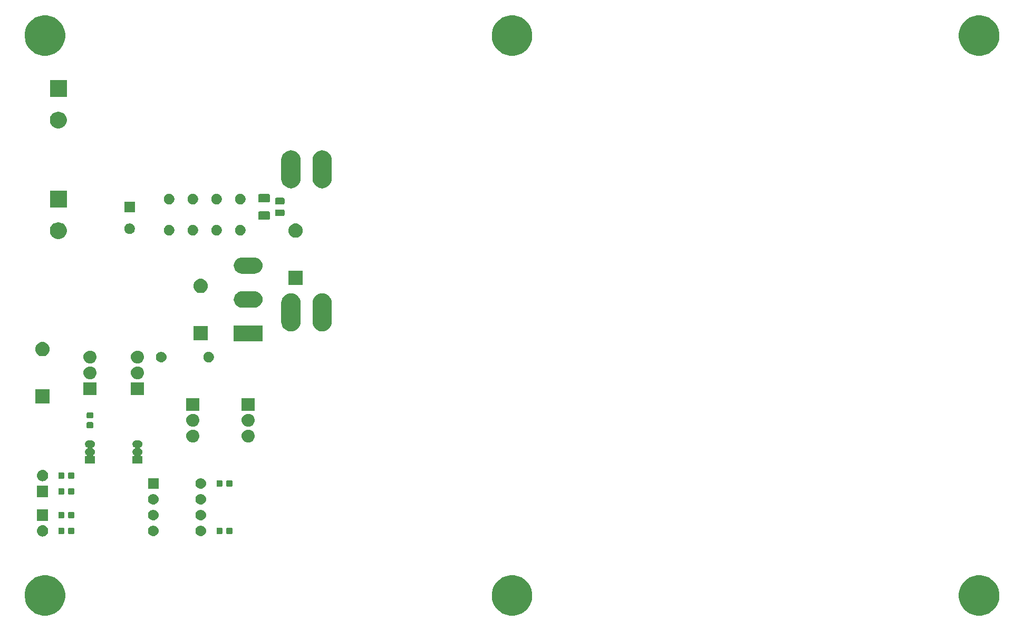
<source format=gbr>
G04 #@! TF.GenerationSoftware,KiCad,Pcbnew,(5.1.2)-1*
G04 #@! TF.CreationDate,2020-04-13T00:24:57+02:00*
G04 #@! TF.ProjectId,Plasma-PSU_PCB-B_Flyback-HV,506c6173-6d61-42d5-9053-555f5043422d,0.0.1*
G04 #@! TF.SameCoordinates,Original*
G04 #@! TF.FileFunction,Soldermask,Top*
G04 #@! TF.FilePolarity,Negative*
%FSLAX46Y46*%
G04 Gerber Fmt 4.6, Leading zero omitted, Abs format (unit mm)*
G04 Created by KiCad (PCBNEW (5.1.2)-1) date 2020-04-13 00:24:57*
%MOMM*%
%LPD*%
G04 APERTURE LIST*
%ADD10C,0.100000*%
G04 APERTURE END LIST*
D10*
G36*
X55634239Y-141811467D02*
G01*
X55948282Y-141873934D01*
X56539926Y-142119001D01*
X57072392Y-142474784D01*
X57525216Y-142927608D01*
X57880999Y-143460074D01*
X58126066Y-144051718D01*
X58126066Y-144051719D01*
X58251000Y-144679803D01*
X58251000Y-145320197D01*
X58188533Y-145634239D01*
X58126066Y-145948282D01*
X57880999Y-146539926D01*
X57525216Y-147072392D01*
X57072392Y-147525216D01*
X56539926Y-147880999D01*
X55948282Y-148126066D01*
X55634239Y-148188533D01*
X55320197Y-148251000D01*
X54679803Y-148251000D01*
X54365761Y-148188533D01*
X54051718Y-148126066D01*
X53460074Y-147880999D01*
X52927608Y-147525216D01*
X52474784Y-147072392D01*
X52119001Y-146539926D01*
X51873934Y-145948282D01*
X51811467Y-145634239D01*
X51749000Y-145320197D01*
X51749000Y-144679803D01*
X51873934Y-144051719D01*
X51873934Y-144051718D01*
X52119001Y-143460074D01*
X52474784Y-142927608D01*
X52927608Y-142474784D01*
X53460074Y-142119001D01*
X54051718Y-141873934D01*
X54365761Y-141811467D01*
X54679803Y-141749000D01*
X55320197Y-141749000D01*
X55634239Y-141811467D01*
X55634239Y-141811467D01*
G37*
G36*
X130634239Y-141811467D02*
G01*
X130948282Y-141873934D01*
X131539926Y-142119001D01*
X132072392Y-142474784D01*
X132525216Y-142927608D01*
X132880999Y-143460074D01*
X133126066Y-144051718D01*
X133126066Y-144051719D01*
X133251000Y-144679803D01*
X133251000Y-145320197D01*
X133188533Y-145634239D01*
X133126066Y-145948282D01*
X132880999Y-146539926D01*
X132525216Y-147072392D01*
X132072392Y-147525216D01*
X131539926Y-147880999D01*
X130948282Y-148126066D01*
X130634239Y-148188533D01*
X130320197Y-148251000D01*
X129679803Y-148251000D01*
X129365761Y-148188533D01*
X129051718Y-148126066D01*
X128460074Y-147880999D01*
X127927608Y-147525216D01*
X127474784Y-147072392D01*
X127119001Y-146539926D01*
X126873934Y-145948282D01*
X126811467Y-145634239D01*
X126749000Y-145320197D01*
X126749000Y-144679803D01*
X126873934Y-144051719D01*
X126873934Y-144051718D01*
X127119001Y-143460074D01*
X127474784Y-142927608D01*
X127927608Y-142474784D01*
X128460074Y-142119001D01*
X129051718Y-141873934D01*
X129365761Y-141811467D01*
X129679803Y-141749000D01*
X130320197Y-141749000D01*
X130634239Y-141811467D01*
X130634239Y-141811467D01*
G37*
G36*
X205634239Y-141811467D02*
G01*
X205948282Y-141873934D01*
X206539926Y-142119001D01*
X207072392Y-142474784D01*
X207525216Y-142927608D01*
X207880999Y-143460074D01*
X208126066Y-144051718D01*
X208126066Y-144051719D01*
X208251000Y-144679803D01*
X208251000Y-145320197D01*
X208188533Y-145634239D01*
X208126066Y-145948282D01*
X207880999Y-146539926D01*
X207525216Y-147072392D01*
X207072392Y-147525216D01*
X206539926Y-147880999D01*
X205948282Y-148126066D01*
X205634239Y-148188533D01*
X205320197Y-148251000D01*
X204679803Y-148251000D01*
X204365761Y-148188533D01*
X204051718Y-148126066D01*
X203460074Y-147880999D01*
X202927608Y-147525216D01*
X202474784Y-147072392D01*
X202119001Y-146539926D01*
X201873934Y-145948282D01*
X201811467Y-145634239D01*
X201749000Y-145320197D01*
X201749000Y-144679803D01*
X201873934Y-144051719D01*
X201873934Y-144051718D01*
X202119001Y-143460074D01*
X202474784Y-142927608D01*
X202927608Y-142474784D01*
X203460074Y-142119001D01*
X204051718Y-141873934D01*
X204365761Y-141811467D01*
X204679803Y-141749000D01*
X205320197Y-141749000D01*
X205634239Y-141811467D01*
X205634239Y-141811467D01*
G37*
G36*
X54720443Y-133725519D02*
G01*
X54786627Y-133732037D01*
X54956466Y-133783557D01*
X55112991Y-133867222D01*
X55148729Y-133896552D01*
X55250186Y-133979814D01*
X55333448Y-134081271D01*
X55362778Y-134117009D01*
X55446443Y-134273534D01*
X55497963Y-134443373D01*
X55515359Y-134620000D01*
X55497963Y-134796627D01*
X55446443Y-134966466D01*
X55362778Y-135122991D01*
X55347746Y-135141307D01*
X55250186Y-135260186D01*
X55148729Y-135343448D01*
X55112991Y-135372778D01*
X54956466Y-135456443D01*
X54786627Y-135507963D01*
X54720443Y-135514481D01*
X54654260Y-135521000D01*
X54565740Y-135521000D01*
X54499557Y-135514481D01*
X54433373Y-135507963D01*
X54263534Y-135456443D01*
X54107009Y-135372778D01*
X54071271Y-135343448D01*
X53969814Y-135260186D01*
X53872254Y-135141307D01*
X53857222Y-135122991D01*
X53773557Y-134966466D01*
X53722037Y-134796627D01*
X53704641Y-134620000D01*
X53722037Y-134443373D01*
X53773557Y-134273534D01*
X53857222Y-134117009D01*
X53886552Y-134081271D01*
X53969814Y-133979814D01*
X54071271Y-133896552D01*
X54107009Y-133867222D01*
X54263534Y-133783557D01*
X54433373Y-133732037D01*
X54499557Y-133725519D01*
X54565740Y-133719000D01*
X54654260Y-133719000D01*
X54720443Y-133725519D01*
X54720443Y-133725519D01*
G37*
G36*
X72556823Y-133781313D02*
G01*
X72717242Y-133829976D01*
X72786922Y-133867221D01*
X72865078Y-133908996D01*
X72994659Y-134015341D01*
X73101004Y-134144922D01*
X73101005Y-134144924D01*
X73180024Y-134292758D01*
X73228687Y-134453177D01*
X73245117Y-134620000D01*
X73228687Y-134786823D01*
X73180024Y-134947242D01*
X73133881Y-135033569D01*
X73101004Y-135095078D01*
X72994659Y-135224659D01*
X72865078Y-135331004D01*
X72865076Y-135331005D01*
X72717242Y-135410024D01*
X72556823Y-135458687D01*
X72431804Y-135471000D01*
X72348196Y-135471000D01*
X72223177Y-135458687D01*
X72062758Y-135410024D01*
X71914924Y-135331005D01*
X71914922Y-135331004D01*
X71785341Y-135224659D01*
X71678996Y-135095078D01*
X71646119Y-135033569D01*
X71599976Y-134947242D01*
X71551313Y-134786823D01*
X71534883Y-134620000D01*
X71551313Y-134453177D01*
X71599976Y-134292758D01*
X71678995Y-134144924D01*
X71678996Y-134144922D01*
X71785341Y-134015341D01*
X71914922Y-133908996D01*
X71993078Y-133867221D01*
X72062758Y-133829976D01*
X72223177Y-133781313D01*
X72348196Y-133769000D01*
X72431804Y-133769000D01*
X72556823Y-133781313D01*
X72556823Y-133781313D01*
G37*
G36*
X80176823Y-133781313D02*
G01*
X80337242Y-133829976D01*
X80406922Y-133867221D01*
X80485078Y-133908996D01*
X80614659Y-134015341D01*
X80721004Y-134144922D01*
X80721005Y-134144924D01*
X80800024Y-134292758D01*
X80848687Y-134453177D01*
X80865117Y-134620000D01*
X80848687Y-134786823D01*
X80800024Y-134947242D01*
X80753881Y-135033569D01*
X80721004Y-135095078D01*
X80614659Y-135224659D01*
X80485078Y-135331004D01*
X80485076Y-135331005D01*
X80337242Y-135410024D01*
X80176823Y-135458687D01*
X80051804Y-135471000D01*
X79968196Y-135471000D01*
X79843177Y-135458687D01*
X79682758Y-135410024D01*
X79534924Y-135331005D01*
X79534922Y-135331004D01*
X79405341Y-135224659D01*
X79298996Y-135095078D01*
X79266119Y-135033569D01*
X79219976Y-134947242D01*
X79171313Y-134786823D01*
X79154883Y-134620000D01*
X79171313Y-134453177D01*
X79219976Y-134292758D01*
X79298995Y-134144924D01*
X79298996Y-134144922D01*
X79405341Y-134015341D01*
X79534922Y-133908996D01*
X79613078Y-133867221D01*
X79682758Y-133829976D01*
X79843177Y-133781313D01*
X79968196Y-133769000D01*
X80051804Y-133769000D01*
X80176823Y-133781313D01*
X80176823Y-133781313D01*
G37*
G36*
X84949591Y-134098085D02*
G01*
X84983569Y-134108393D01*
X85014890Y-134125134D01*
X85042339Y-134147661D01*
X85064866Y-134175110D01*
X85081607Y-134206431D01*
X85091915Y-134240409D01*
X85096000Y-134281890D01*
X85096000Y-134958110D01*
X85091915Y-134999591D01*
X85081607Y-135033569D01*
X85064866Y-135064890D01*
X85042339Y-135092339D01*
X85014890Y-135114866D01*
X84983569Y-135131607D01*
X84949591Y-135141915D01*
X84908110Y-135146000D01*
X84306890Y-135146000D01*
X84265409Y-135141915D01*
X84231431Y-135131607D01*
X84200110Y-135114866D01*
X84172661Y-135092339D01*
X84150134Y-135064890D01*
X84133393Y-135033569D01*
X84123085Y-134999591D01*
X84119000Y-134958110D01*
X84119000Y-134281890D01*
X84123085Y-134240409D01*
X84133393Y-134206431D01*
X84150134Y-134175110D01*
X84172661Y-134147661D01*
X84200110Y-134125134D01*
X84231431Y-134108393D01*
X84265409Y-134098085D01*
X84306890Y-134094000D01*
X84908110Y-134094000D01*
X84949591Y-134098085D01*
X84949591Y-134098085D01*
G37*
G36*
X57974591Y-134098085D02*
G01*
X58008569Y-134108393D01*
X58039890Y-134125134D01*
X58067339Y-134147661D01*
X58089866Y-134175110D01*
X58106607Y-134206431D01*
X58116915Y-134240409D01*
X58121000Y-134281890D01*
X58121000Y-134958110D01*
X58116915Y-134999591D01*
X58106607Y-135033569D01*
X58089866Y-135064890D01*
X58067339Y-135092339D01*
X58039890Y-135114866D01*
X58008569Y-135131607D01*
X57974591Y-135141915D01*
X57933110Y-135146000D01*
X57331890Y-135146000D01*
X57290409Y-135141915D01*
X57256431Y-135131607D01*
X57225110Y-135114866D01*
X57197661Y-135092339D01*
X57175134Y-135064890D01*
X57158393Y-135033569D01*
X57148085Y-134999591D01*
X57144000Y-134958110D01*
X57144000Y-134281890D01*
X57148085Y-134240409D01*
X57158393Y-134206431D01*
X57175134Y-134175110D01*
X57197661Y-134147661D01*
X57225110Y-134125134D01*
X57256431Y-134108393D01*
X57290409Y-134098085D01*
X57331890Y-134094000D01*
X57933110Y-134094000D01*
X57974591Y-134098085D01*
X57974591Y-134098085D01*
G37*
G36*
X83374591Y-134098085D02*
G01*
X83408569Y-134108393D01*
X83439890Y-134125134D01*
X83467339Y-134147661D01*
X83489866Y-134175110D01*
X83506607Y-134206431D01*
X83516915Y-134240409D01*
X83521000Y-134281890D01*
X83521000Y-134958110D01*
X83516915Y-134999591D01*
X83506607Y-135033569D01*
X83489866Y-135064890D01*
X83467339Y-135092339D01*
X83439890Y-135114866D01*
X83408569Y-135131607D01*
X83374591Y-135141915D01*
X83333110Y-135146000D01*
X82731890Y-135146000D01*
X82690409Y-135141915D01*
X82656431Y-135131607D01*
X82625110Y-135114866D01*
X82597661Y-135092339D01*
X82575134Y-135064890D01*
X82558393Y-135033569D01*
X82548085Y-134999591D01*
X82544000Y-134958110D01*
X82544000Y-134281890D01*
X82548085Y-134240409D01*
X82558393Y-134206431D01*
X82575134Y-134175110D01*
X82597661Y-134147661D01*
X82625110Y-134125134D01*
X82656431Y-134108393D01*
X82690409Y-134098085D01*
X82731890Y-134094000D01*
X83333110Y-134094000D01*
X83374591Y-134098085D01*
X83374591Y-134098085D01*
G37*
G36*
X59549591Y-134098085D02*
G01*
X59583569Y-134108393D01*
X59614890Y-134125134D01*
X59642339Y-134147661D01*
X59664866Y-134175110D01*
X59681607Y-134206431D01*
X59691915Y-134240409D01*
X59696000Y-134281890D01*
X59696000Y-134958110D01*
X59691915Y-134999591D01*
X59681607Y-135033569D01*
X59664866Y-135064890D01*
X59642339Y-135092339D01*
X59614890Y-135114866D01*
X59583569Y-135131607D01*
X59549591Y-135141915D01*
X59508110Y-135146000D01*
X58906890Y-135146000D01*
X58865409Y-135141915D01*
X58831431Y-135131607D01*
X58800110Y-135114866D01*
X58772661Y-135092339D01*
X58750134Y-135064890D01*
X58733393Y-135033569D01*
X58723085Y-134999591D01*
X58719000Y-134958110D01*
X58719000Y-134281890D01*
X58723085Y-134240409D01*
X58733393Y-134206431D01*
X58750134Y-134175110D01*
X58772661Y-134147661D01*
X58800110Y-134125134D01*
X58831431Y-134108393D01*
X58865409Y-134098085D01*
X58906890Y-134094000D01*
X59508110Y-134094000D01*
X59549591Y-134098085D01*
X59549591Y-134098085D01*
G37*
G36*
X55511000Y-132981000D02*
G01*
X53709000Y-132981000D01*
X53709000Y-131179000D01*
X55511000Y-131179000D01*
X55511000Y-132981000D01*
X55511000Y-132981000D01*
G37*
G36*
X80176823Y-131241313D02*
G01*
X80337242Y-131289976D01*
X80469906Y-131360886D01*
X80485078Y-131368996D01*
X80614659Y-131475341D01*
X80721004Y-131604922D01*
X80721005Y-131604924D01*
X80800024Y-131752758D01*
X80848687Y-131913177D01*
X80865117Y-132080000D01*
X80848687Y-132246823D01*
X80800024Y-132407242D01*
X80753881Y-132493569D01*
X80721004Y-132555078D01*
X80614659Y-132684659D01*
X80485078Y-132791004D01*
X80485076Y-132791005D01*
X80337242Y-132870024D01*
X80176823Y-132918687D01*
X80051804Y-132931000D01*
X79968196Y-132931000D01*
X79843177Y-132918687D01*
X79682758Y-132870024D01*
X79534924Y-132791005D01*
X79534922Y-132791004D01*
X79405341Y-132684659D01*
X79298996Y-132555078D01*
X79266119Y-132493569D01*
X79219976Y-132407242D01*
X79171313Y-132246823D01*
X79154883Y-132080000D01*
X79171313Y-131913177D01*
X79219976Y-131752758D01*
X79298995Y-131604924D01*
X79298996Y-131604922D01*
X79405341Y-131475341D01*
X79534922Y-131368996D01*
X79550094Y-131360886D01*
X79682758Y-131289976D01*
X79843177Y-131241313D01*
X79968196Y-131229000D01*
X80051804Y-131229000D01*
X80176823Y-131241313D01*
X80176823Y-131241313D01*
G37*
G36*
X72556823Y-131241313D02*
G01*
X72717242Y-131289976D01*
X72849906Y-131360886D01*
X72865078Y-131368996D01*
X72994659Y-131475341D01*
X73101004Y-131604922D01*
X73101005Y-131604924D01*
X73180024Y-131752758D01*
X73228687Y-131913177D01*
X73245117Y-132080000D01*
X73228687Y-132246823D01*
X73180024Y-132407242D01*
X73133881Y-132493569D01*
X73101004Y-132555078D01*
X72994659Y-132684659D01*
X72865078Y-132791004D01*
X72865076Y-132791005D01*
X72717242Y-132870024D01*
X72556823Y-132918687D01*
X72431804Y-132931000D01*
X72348196Y-132931000D01*
X72223177Y-132918687D01*
X72062758Y-132870024D01*
X71914924Y-132791005D01*
X71914922Y-132791004D01*
X71785341Y-132684659D01*
X71678996Y-132555078D01*
X71646119Y-132493569D01*
X71599976Y-132407242D01*
X71551313Y-132246823D01*
X71534883Y-132080000D01*
X71551313Y-131913177D01*
X71599976Y-131752758D01*
X71678995Y-131604924D01*
X71678996Y-131604922D01*
X71785341Y-131475341D01*
X71914922Y-131368996D01*
X71930094Y-131360886D01*
X72062758Y-131289976D01*
X72223177Y-131241313D01*
X72348196Y-131229000D01*
X72431804Y-131229000D01*
X72556823Y-131241313D01*
X72556823Y-131241313D01*
G37*
G36*
X57974591Y-131558085D02*
G01*
X58008569Y-131568393D01*
X58039890Y-131585134D01*
X58067339Y-131607661D01*
X58089866Y-131635110D01*
X58106607Y-131666431D01*
X58116915Y-131700409D01*
X58121000Y-131741890D01*
X58121000Y-132418110D01*
X58116915Y-132459591D01*
X58106607Y-132493569D01*
X58089866Y-132524890D01*
X58067339Y-132552339D01*
X58039890Y-132574866D01*
X58008569Y-132591607D01*
X57974591Y-132601915D01*
X57933110Y-132606000D01*
X57331890Y-132606000D01*
X57290409Y-132601915D01*
X57256431Y-132591607D01*
X57225110Y-132574866D01*
X57197661Y-132552339D01*
X57175134Y-132524890D01*
X57158393Y-132493569D01*
X57148085Y-132459591D01*
X57144000Y-132418110D01*
X57144000Y-131741890D01*
X57148085Y-131700409D01*
X57158393Y-131666431D01*
X57175134Y-131635110D01*
X57197661Y-131607661D01*
X57225110Y-131585134D01*
X57256431Y-131568393D01*
X57290409Y-131558085D01*
X57331890Y-131554000D01*
X57933110Y-131554000D01*
X57974591Y-131558085D01*
X57974591Y-131558085D01*
G37*
G36*
X59549591Y-131558085D02*
G01*
X59583569Y-131568393D01*
X59614890Y-131585134D01*
X59642339Y-131607661D01*
X59664866Y-131635110D01*
X59681607Y-131666431D01*
X59691915Y-131700409D01*
X59696000Y-131741890D01*
X59696000Y-132418110D01*
X59691915Y-132459591D01*
X59681607Y-132493569D01*
X59664866Y-132524890D01*
X59642339Y-132552339D01*
X59614890Y-132574866D01*
X59583569Y-132591607D01*
X59549591Y-132601915D01*
X59508110Y-132606000D01*
X58906890Y-132606000D01*
X58865409Y-132601915D01*
X58831431Y-132591607D01*
X58800110Y-132574866D01*
X58772661Y-132552339D01*
X58750134Y-132524890D01*
X58733393Y-132493569D01*
X58723085Y-132459591D01*
X58719000Y-132418110D01*
X58719000Y-131741890D01*
X58723085Y-131700409D01*
X58733393Y-131666431D01*
X58750134Y-131635110D01*
X58772661Y-131607661D01*
X58800110Y-131585134D01*
X58831431Y-131568393D01*
X58865409Y-131558085D01*
X58906890Y-131554000D01*
X59508110Y-131554000D01*
X59549591Y-131558085D01*
X59549591Y-131558085D01*
G37*
G36*
X72556823Y-128701313D02*
G01*
X72717242Y-128749976D01*
X72849906Y-128820886D01*
X72865078Y-128828996D01*
X72994659Y-128935341D01*
X73101004Y-129064922D01*
X73101005Y-129064924D01*
X73180024Y-129212758D01*
X73228687Y-129373177D01*
X73245117Y-129540000D01*
X73228687Y-129706823D01*
X73180024Y-129867242D01*
X73109114Y-129999906D01*
X73101004Y-130015078D01*
X72994659Y-130144659D01*
X72865078Y-130251004D01*
X72865076Y-130251005D01*
X72717242Y-130330024D01*
X72556823Y-130378687D01*
X72431804Y-130391000D01*
X72348196Y-130391000D01*
X72223177Y-130378687D01*
X72062758Y-130330024D01*
X71914924Y-130251005D01*
X71914922Y-130251004D01*
X71785341Y-130144659D01*
X71678996Y-130015078D01*
X71670886Y-129999906D01*
X71599976Y-129867242D01*
X71551313Y-129706823D01*
X71534883Y-129540000D01*
X71551313Y-129373177D01*
X71599976Y-129212758D01*
X71678995Y-129064924D01*
X71678996Y-129064922D01*
X71785341Y-128935341D01*
X71914922Y-128828996D01*
X71930094Y-128820886D01*
X72062758Y-128749976D01*
X72223177Y-128701313D01*
X72348196Y-128689000D01*
X72431804Y-128689000D01*
X72556823Y-128701313D01*
X72556823Y-128701313D01*
G37*
G36*
X80176823Y-128701313D02*
G01*
X80337242Y-128749976D01*
X80469906Y-128820886D01*
X80485078Y-128828996D01*
X80614659Y-128935341D01*
X80721004Y-129064922D01*
X80721005Y-129064924D01*
X80800024Y-129212758D01*
X80848687Y-129373177D01*
X80865117Y-129540000D01*
X80848687Y-129706823D01*
X80800024Y-129867242D01*
X80729114Y-129999906D01*
X80721004Y-130015078D01*
X80614659Y-130144659D01*
X80485078Y-130251004D01*
X80485076Y-130251005D01*
X80337242Y-130330024D01*
X80176823Y-130378687D01*
X80051804Y-130391000D01*
X79968196Y-130391000D01*
X79843177Y-130378687D01*
X79682758Y-130330024D01*
X79534924Y-130251005D01*
X79534922Y-130251004D01*
X79405341Y-130144659D01*
X79298996Y-130015078D01*
X79290886Y-129999906D01*
X79219976Y-129867242D01*
X79171313Y-129706823D01*
X79154883Y-129540000D01*
X79171313Y-129373177D01*
X79219976Y-129212758D01*
X79298995Y-129064924D01*
X79298996Y-129064922D01*
X79405341Y-128935341D01*
X79534922Y-128828996D01*
X79550094Y-128820886D01*
X79682758Y-128749976D01*
X79843177Y-128701313D01*
X79968196Y-128689000D01*
X80051804Y-128689000D01*
X80176823Y-128701313D01*
X80176823Y-128701313D01*
G37*
G36*
X55511000Y-129171000D02*
G01*
X53709000Y-129171000D01*
X53709000Y-127369000D01*
X55511000Y-127369000D01*
X55511000Y-129171000D01*
X55511000Y-129171000D01*
G37*
G36*
X59549591Y-127748085D02*
G01*
X59583569Y-127758393D01*
X59614890Y-127775134D01*
X59642339Y-127797661D01*
X59664866Y-127825110D01*
X59681607Y-127856431D01*
X59691915Y-127890409D01*
X59696000Y-127931890D01*
X59696000Y-128608110D01*
X59691915Y-128649591D01*
X59681607Y-128683569D01*
X59664866Y-128714890D01*
X59642339Y-128742339D01*
X59614890Y-128764866D01*
X59583569Y-128781607D01*
X59549591Y-128791915D01*
X59508110Y-128796000D01*
X58906890Y-128796000D01*
X58865409Y-128791915D01*
X58831431Y-128781607D01*
X58800110Y-128764866D01*
X58772661Y-128742339D01*
X58750134Y-128714890D01*
X58733393Y-128683569D01*
X58723085Y-128649591D01*
X58719000Y-128608110D01*
X58719000Y-127931890D01*
X58723085Y-127890409D01*
X58733393Y-127856431D01*
X58750134Y-127825110D01*
X58772661Y-127797661D01*
X58800110Y-127775134D01*
X58831431Y-127758393D01*
X58865409Y-127748085D01*
X58906890Y-127744000D01*
X59508110Y-127744000D01*
X59549591Y-127748085D01*
X59549591Y-127748085D01*
G37*
G36*
X57974591Y-127748085D02*
G01*
X58008569Y-127758393D01*
X58039890Y-127775134D01*
X58067339Y-127797661D01*
X58089866Y-127825110D01*
X58106607Y-127856431D01*
X58116915Y-127890409D01*
X58121000Y-127931890D01*
X58121000Y-128608110D01*
X58116915Y-128649591D01*
X58106607Y-128683569D01*
X58089866Y-128714890D01*
X58067339Y-128742339D01*
X58039890Y-128764866D01*
X58008569Y-128781607D01*
X57974591Y-128791915D01*
X57933110Y-128796000D01*
X57331890Y-128796000D01*
X57290409Y-128791915D01*
X57256431Y-128781607D01*
X57225110Y-128764866D01*
X57197661Y-128742339D01*
X57175134Y-128714890D01*
X57158393Y-128683569D01*
X57148085Y-128649591D01*
X57144000Y-128608110D01*
X57144000Y-127931890D01*
X57148085Y-127890409D01*
X57158393Y-127856431D01*
X57175134Y-127825110D01*
X57197661Y-127797661D01*
X57225110Y-127775134D01*
X57256431Y-127758393D01*
X57290409Y-127748085D01*
X57331890Y-127744000D01*
X57933110Y-127744000D01*
X57974591Y-127748085D01*
X57974591Y-127748085D01*
G37*
G36*
X80176823Y-126161313D02*
G01*
X80337242Y-126209976D01*
X80469906Y-126280886D01*
X80485078Y-126288996D01*
X80614659Y-126395341D01*
X80721004Y-126524922D01*
X80721005Y-126524924D01*
X80800024Y-126672758D01*
X80848687Y-126833177D01*
X80865117Y-127000000D01*
X80848687Y-127166823D01*
X80800024Y-127327242D01*
X80753881Y-127413569D01*
X80721004Y-127475078D01*
X80614659Y-127604659D01*
X80485078Y-127711004D01*
X80485076Y-127711005D01*
X80337242Y-127790024D01*
X80176823Y-127838687D01*
X80051804Y-127851000D01*
X79968196Y-127851000D01*
X79843177Y-127838687D01*
X79682758Y-127790024D01*
X79534924Y-127711005D01*
X79534922Y-127711004D01*
X79405341Y-127604659D01*
X79298996Y-127475078D01*
X79266119Y-127413569D01*
X79219976Y-127327242D01*
X79171313Y-127166823D01*
X79154883Y-127000000D01*
X79171313Y-126833177D01*
X79219976Y-126672758D01*
X79298995Y-126524924D01*
X79298996Y-126524922D01*
X79405341Y-126395341D01*
X79534922Y-126288996D01*
X79550094Y-126280886D01*
X79682758Y-126209976D01*
X79843177Y-126161313D01*
X79968196Y-126149000D01*
X80051804Y-126149000D01*
X80176823Y-126161313D01*
X80176823Y-126161313D01*
G37*
G36*
X73241000Y-127851000D02*
G01*
X71539000Y-127851000D01*
X71539000Y-126149000D01*
X73241000Y-126149000D01*
X73241000Y-127851000D01*
X73241000Y-127851000D01*
G37*
G36*
X83374591Y-126478085D02*
G01*
X83408569Y-126488393D01*
X83439890Y-126505134D01*
X83467339Y-126527661D01*
X83489866Y-126555110D01*
X83506607Y-126586431D01*
X83516915Y-126620409D01*
X83521000Y-126661890D01*
X83521000Y-127338110D01*
X83516915Y-127379591D01*
X83506607Y-127413569D01*
X83489866Y-127444890D01*
X83467339Y-127472339D01*
X83439890Y-127494866D01*
X83408569Y-127511607D01*
X83374591Y-127521915D01*
X83333110Y-127526000D01*
X82731890Y-127526000D01*
X82690409Y-127521915D01*
X82656431Y-127511607D01*
X82625110Y-127494866D01*
X82597661Y-127472339D01*
X82575134Y-127444890D01*
X82558393Y-127413569D01*
X82548085Y-127379591D01*
X82544000Y-127338110D01*
X82544000Y-126661890D01*
X82548085Y-126620409D01*
X82558393Y-126586431D01*
X82575134Y-126555110D01*
X82597661Y-126527661D01*
X82625110Y-126505134D01*
X82656431Y-126488393D01*
X82690409Y-126478085D01*
X82731890Y-126474000D01*
X83333110Y-126474000D01*
X83374591Y-126478085D01*
X83374591Y-126478085D01*
G37*
G36*
X84949591Y-126478085D02*
G01*
X84983569Y-126488393D01*
X85014890Y-126505134D01*
X85042339Y-126527661D01*
X85064866Y-126555110D01*
X85081607Y-126586431D01*
X85091915Y-126620409D01*
X85096000Y-126661890D01*
X85096000Y-127338110D01*
X85091915Y-127379591D01*
X85081607Y-127413569D01*
X85064866Y-127444890D01*
X85042339Y-127472339D01*
X85014890Y-127494866D01*
X84983569Y-127511607D01*
X84949591Y-127521915D01*
X84908110Y-127526000D01*
X84306890Y-127526000D01*
X84265409Y-127521915D01*
X84231431Y-127511607D01*
X84200110Y-127494866D01*
X84172661Y-127472339D01*
X84150134Y-127444890D01*
X84133393Y-127413569D01*
X84123085Y-127379591D01*
X84119000Y-127338110D01*
X84119000Y-126661890D01*
X84123085Y-126620409D01*
X84133393Y-126586431D01*
X84150134Y-126555110D01*
X84172661Y-126527661D01*
X84200110Y-126505134D01*
X84231431Y-126488393D01*
X84265409Y-126478085D01*
X84306890Y-126474000D01*
X84908110Y-126474000D01*
X84949591Y-126478085D01*
X84949591Y-126478085D01*
G37*
G36*
X54720443Y-124835519D02*
G01*
X54786627Y-124842037D01*
X54956466Y-124893557D01*
X55112991Y-124977222D01*
X55148729Y-125006552D01*
X55250186Y-125089814D01*
X55333448Y-125191271D01*
X55362778Y-125227009D01*
X55446443Y-125383534D01*
X55497963Y-125553373D01*
X55515359Y-125730000D01*
X55497963Y-125906627D01*
X55446443Y-126076466D01*
X55362778Y-126232991D01*
X55347746Y-126251307D01*
X55250186Y-126370186D01*
X55148729Y-126453448D01*
X55112991Y-126482778D01*
X54956466Y-126566443D01*
X54786627Y-126617963D01*
X54720442Y-126624482D01*
X54654260Y-126631000D01*
X54565740Y-126631000D01*
X54499558Y-126624482D01*
X54433373Y-126617963D01*
X54263534Y-126566443D01*
X54107009Y-126482778D01*
X54071271Y-126453448D01*
X53969814Y-126370186D01*
X53872254Y-126251307D01*
X53857222Y-126232991D01*
X53773557Y-126076466D01*
X53722037Y-125906627D01*
X53704641Y-125730000D01*
X53722037Y-125553373D01*
X53773557Y-125383534D01*
X53857222Y-125227009D01*
X53886552Y-125191271D01*
X53969814Y-125089814D01*
X54071271Y-125006552D01*
X54107009Y-124977222D01*
X54263534Y-124893557D01*
X54433373Y-124842037D01*
X54499557Y-124835519D01*
X54565740Y-124829000D01*
X54654260Y-124829000D01*
X54720443Y-124835519D01*
X54720443Y-124835519D01*
G37*
G36*
X59549591Y-125208085D02*
G01*
X59583569Y-125218393D01*
X59614890Y-125235134D01*
X59642339Y-125257661D01*
X59664866Y-125285110D01*
X59681607Y-125316431D01*
X59691915Y-125350409D01*
X59696000Y-125391890D01*
X59696000Y-126068110D01*
X59691915Y-126109591D01*
X59681607Y-126143569D01*
X59664866Y-126174890D01*
X59642339Y-126202339D01*
X59614890Y-126224866D01*
X59583569Y-126241607D01*
X59549591Y-126251915D01*
X59508110Y-126256000D01*
X58906890Y-126256000D01*
X58865409Y-126251915D01*
X58831431Y-126241607D01*
X58800110Y-126224866D01*
X58772661Y-126202339D01*
X58750134Y-126174890D01*
X58733393Y-126143569D01*
X58723085Y-126109591D01*
X58719000Y-126068110D01*
X58719000Y-125391890D01*
X58723085Y-125350409D01*
X58733393Y-125316431D01*
X58750134Y-125285110D01*
X58772661Y-125257661D01*
X58800110Y-125235134D01*
X58831431Y-125218393D01*
X58865409Y-125208085D01*
X58906890Y-125204000D01*
X59508110Y-125204000D01*
X59549591Y-125208085D01*
X59549591Y-125208085D01*
G37*
G36*
X57974591Y-125208085D02*
G01*
X58008569Y-125218393D01*
X58039890Y-125235134D01*
X58067339Y-125257661D01*
X58089866Y-125285110D01*
X58106607Y-125316431D01*
X58116915Y-125350409D01*
X58121000Y-125391890D01*
X58121000Y-126068110D01*
X58116915Y-126109591D01*
X58106607Y-126143569D01*
X58089866Y-126174890D01*
X58067339Y-126202339D01*
X58039890Y-126224866D01*
X58008569Y-126241607D01*
X57974591Y-126251915D01*
X57933110Y-126256000D01*
X57331890Y-126256000D01*
X57290409Y-126251915D01*
X57256431Y-126241607D01*
X57225110Y-126224866D01*
X57197661Y-126202339D01*
X57175134Y-126174890D01*
X57158393Y-126143569D01*
X57148085Y-126109591D01*
X57144000Y-126068110D01*
X57144000Y-125391890D01*
X57148085Y-125350409D01*
X57158393Y-125316431D01*
X57175134Y-125285110D01*
X57197661Y-125257661D01*
X57225110Y-125235134D01*
X57256431Y-125218393D01*
X57290409Y-125208085D01*
X57331890Y-125204000D01*
X57933110Y-125204000D01*
X57974591Y-125208085D01*
X57974591Y-125208085D01*
G37*
G36*
X70187916Y-120082334D02*
G01*
X70296492Y-120115271D01*
X70296495Y-120115272D01*
X70332601Y-120134571D01*
X70396557Y-120168756D01*
X70484264Y-120240736D01*
X70556244Y-120328443D01*
X70577911Y-120368980D01*
X70609728Y-120428505D01*
X70609729Y-120428508D01*
X70642666Y-120537084D01*
X70653787Y-120650000D01*
X70642666Y-120762916D01*
X70609729Y-120871492D01*
X70609728Y-120871495D01*
X70590429Y-120907601D01*
X70556244Y-120971557D01*
X70484264Y-121059264D01*
X70396557Y-121131244D01*
X70315141Y-121174761D01*
X70294766Y-121188375D01*
X70277439Y-121205702D01*
X70263826Y-121226076D01*
X70254448Y-121248715D01*
X70249668Y-121272748D01*
X70249668Y-121297252D01*
X70254448Y-121321285D01*
X70263826Y-121343924D01*
X70277440Y-121364299D01*
X70294767Y-121381626D01*
X70315141Y-121395239D01*
X70396557Y-121438756D01*
X70484264Y-121510736D01*
X70556244Y-121598443D01*
X70590429Y-121662399D01*
X70609728Y-121698505D01*
X70609729Y-121698508D01*
X70642666Y-121807084D01*
X70653787Y-121920000D01*
X70642666Y-122032916D01*
X70609729Y-122141492D01*
X70609728Y-122141495D01*
X70590429Y-122177601D01*
X70556244Y-122241557D01*
X70484264Y-122329264D01*
X70407354Y-122392383D01*
X70390035Y-122409702D01*
X70376421Y-122430077D01*
X70367043Y-122452716D01*
X70362263Y-122476749D01*
X70362263Y-122501253D01*
X70367043Y-122525286D01*
X70376421Y-122547925D01*
X70390034Y-122568299D01*
X70407361Y-122585626D01*
X70427736Y-122599240D01*
X70450375Y-122608618D01*
X70474408Y-122613398D01*
X70486660Y-122614000D01*
X70651000Y-122614000D01*
X70651000Y-123766000D01*
X69049000Y-123766000D01*
X69049000Y-122614000D01*
X69213340Y-122614000D01*
X69237726Y-122611598D01*
X69261175Y-122604485D01*
X69282786Y-122592934D01*
X69301728Y-122577389D01*
X69317273Y-122558447D01*
X69328824Y-122536836D01*
X69335937Y-122513387D01*
X69338339Y-122489001D01*
X69335937Y-122464615D01*
X69328824Y-122441166D01*
X69317273Y-122419555D01*
X69301728Y-122400613D01*
X69292655Y-122392391D01*
X69215736Y-122329264D01*
X69143756Y-122241557D01*
X69109571Y-122177601D01*
X69090272Y-122141495D01*
X69090271Y-122141492D01*
X69057334Y-122032916D01*
X69046213Y-121920000D01*
X69057334Y-121807084D01*
X69090271Y-121698508D01*
X69090272Y-121698505D01*
X69109571Y-121662399D01*
X69143756Y-121598443D01*
X69215736Y-121510736D01*
X69303443Y-121438756D01*
X69384859Y-121395239D01*
X69405234Y-121381625D01*
X69422561Y-121364298D01*
X69436174Y-121343924D01*
X69445552Y-121321285D01*
X69450332Y-121297252D01*
X69450332Y-121272748D01*
X69445552Y-121248715D01*
X69436174Y-121226076D01*
X69422560Y-121205701D01*
X69405233Y-121188374D01*
X69384859Y-121174761D01*
X69303443Y-121131244D01*
X69215736Y-121059264D01*
X69143756Y-120971557D01*
X69109571Y-120907601D01*
X69090272Y-120871495D01*
X69090271Y-120871492D01*
X69057334Y-120762916D01*
X69046213Y-120650000D01*
X69057334Y-120537084D01*
X69090271Y-120428508D01*
X69090272Y-120428505D01*
X69122089Y-120368980D01*
X69143756Y-120328443D01*
X69215736Y-120240736D01*
X69303443Y-120168756D01*
X69367399Y-120134571D01*
X69403505Y-120115272D01*
X69403508Y-120115271D01*
X69512084Y-120082334D01*
X69596702Y-120074000D01*
X70103298Y-120074000D01*
X70187916Y-120082334D01*
X70187916Y-120082334D01*
G37*
G36*
X62567916Y-120082334D02*
G01*
X62676492Y-120115271D01*
X62676495Y-120115272D01*
X62712601Y-120134571D01*
X62776557Y-120168756D01*
X62864264Y-120240736D01*
X62936244Y-120328443D01*
X62957911Y-120368980D01*
X62989728Y-120428505D01*
X62989729Y-120428508D01*
X63022666Y-120537084D01*
X63033787Y-120650000D01*
X63022666Y-120762916D01*
X62989729Y-120871492D01*
X62989728Y-120871495D01*
X62970429Y-120907601D01*
X62936244Y-120971557D01*
X62864264Y-121059264D01*
X62776557Y-121131244D01*
X62695141Y-121174761D01*
X62674766Y-121188375D01*
X62657439Y-121205702D01*
X62643826Y-121226076D01*
X62634448Y-121248715D01*
X62629668Y-121272748D01*
X62629668Y-121297252D01*
X62634448Y-121321285D01*
X62643826Y-121343924D01*
X62657440Y-121364299D01*
X62674767Y-121381626D01*
X62695141Y-121395239D01*
X62776557Y-121438756D01*
X62864264Y-121510736D01*
X62936244Y-121598443D01*
X62970429Y-121662399D01*
X62989728Y-121698505D01*
X62989729Y-121698508D01*
X63022666Y-121807084D01*
X63033787Y-121920000D01*
X63022666Y-122032916D01*
X62989729Y-122141492D01*
X62989728Y-122141495D01*
X62970429Y-122177601D01*
X62936244Y-122241557D01*
X62864264Y-122329264D01*
X62787354Y-122392383D01*
X62770035Y-122409702D01*
X62756421Y-122430077D01*
X62747043Y-122452716D01*
X62742263Y-122476749D01*
X62742263Y-122501253D01*
X62747043Y-122525286D01*
X62756421Y-122547925D01*
X62770034Y-122568299D01*
X62787361Y-122585626D01*
X62807736Y-122599240D01*
X62830375Y-122608618D01*
X62854408Y-122613398D01*
X62866660Y-122614000D01*
X63031000Y-122614000D01*
X63031000Y-123766000D01*
X61429000Y-123766000D01*
X61429000Y-122614000D01*
X61593340Y-122614000D01*
X61617726Y-122611598D01*
X61641175Y-122604485D01*
X61662786Y-122592934D01*
X61681728Y-122577389D01*
X61697273Y-122558447D01*
X61708824Y-122536836D01*
X61715937Y-122513387D01*
X61718339Y-122489001D01*
X61715937Y-122464615D01*
X61708824Y-122441166D01*
X61697273Y-122419555D01*
X61681728Y-122400613D01*
X61672655Y-122392391D01*
X61595736Y-122329264D01*
X61523756Y-122241557D01*
X61489571Y-122177601D01*
X61470272Y-122141495D01*
X61470271Y-122141492D01*
X61437334Y-122032916D01*
X61426213Y-121920000D01*
X61437334Y-121807084D01*
X61470271Y-121698508D01*
X61470272Y-121698505D01*
X61489571Y-121662399D01*
X61523756Y-121598443D01*
X61595736Y-121510736D01*
X61683443Y-121438756D01*
X61764859Y-121395239D01*
X61785234Y-121381625D01*
X61802561Y-121364298D01*
X61816174Y-121343924D01*
X61825552Y-121321285D01*
X61830332Y-121297252D01*
X61830332Y-121272748D01*
X61825552Y-121248715D01*
X61816174Y-121226076D01*
X61802560Y-121205701D01*
X61785233Y-121188374D01*
X61764859Y-121174761D01*
X61683443Y-121131244D01*
X61595736Y-121059264D01*
X61523756Y-120971557D01*
X61489571Y-120907601D01*
X61470272Y-120871495D01*
X61470271Y-120871492D01*
X61437334Y-120762916D01*
X61426213Y-120650000D01*
X61437334Y-120537084D01*
X61470271Y-120428508D01*
X61470272Y-120428505D01*
X61502089Y-120368980D01*
X61523756Y-120328443D01*
X61595736Y-120240736D01*
X61683443Y-120168756D01*
X61747399Y-120134571D01*
X61783505Y-120115272D01*
X61783508Y-120115271D01*
X61892084Y-120082334D01*
X61976702Y-120074000D01*
X62483298Y-120074000D01*
X62567916Y-120082334D01*
X62567916Y-120082334D01*
G37*
G36*
X87775936Y-118381340D02*
G01*
X87874220Y-118391020D01*
X88063381Y-118448401D01*
X88237712Y-118541583D01*
X88390515Y-118666985D01*
X88515917Y-118819788D01*
X88609099Y-118994119D01*
X88666480Y-119183280D01*
X88685855Y-119380000D01*
X88666480Y-119576720D01*
X88609099Y-119765881D01*
X88515917Y-119940212D01*
X88390515Y-120093015D01*
X88237712Y-120218417D01*
X88063381Y-120311599D01*
X87874220Y-120368980D01*
X87775936Y-120378660D01*
X87726795Y-120383500D01*
X87533205Y-120383500D01*
X87484064Y-120378660D01*
X87385780Y-120368980D01*
X87196619Y-120311599D01*
X87022288Y-120218417D01*
X86869485Y-120093015D01*
X86744083Y-119940212D01*
X86650901Y-119765881D01*
X86593520Y-119576720D01*
X86574145Y-119380000D01*
X86593520Y-119183280D01*
X86650901Y-118994119D01*
X86744083Y-118819788D01*
X86869485Y-118666985D01*
X87022288Y-118541583D01*
X87196619Y-118448401D01*
X87385780Y-118391020D01*
X87484064Y-118381340D01*
X87533205Y-118376500D01*
X87726795Y-118376500D01*
X87775936Y-118381340D01*
X87775936Y-118381340D01*
G37*
G36*
X78885936Y-118381340D02*
G01*
X78984220Y-118391020D01*
X79173381Y-118448401D01*
X79347712Y-118541583D01*
X79500515Y-118666985D01*
X79625917Y-118819788D01*
X79719099Y-118994119D01*
X79776480Y-119183280D01*
X79795855Y-119380000D01*
X79776480Y-119576720D01*
X79719099Y-119765881D01*
X79625917Y-119940212D01*
X79500515Y-120093015D01*
X79347712Y-120218417D01*
X79173381Y-120311599D01*
X78984220Y-120368980D01*
X78885936Y-120378660D01*
X78836795Y-120383500D01*
X78643205Y-120383500D01*
X78594064Y-120378660D01*
X78495780Y-120368980D01*
X78306619Y-120311599D01*
X78132288Y-120218417D01*
X77979485Y-120093015D01*
X77854083Y-119940212D01*
X77760901Y-119765881D01*
X77703520Y-119576720D01*
X77684145Y-119380000D01*
X77703520Y-119183280D01*
X77760901Y-118994119D01*
X77854083Y-118819788D01*
X77979485Y-118666985D01*
X78132288Y-118541583D01*
X78306619Y-118448401D01*
X78495780Y-118391020D01*
X78594064Y-118381340D01*
X78643205Y-118376500D01*
X78836795Y-118376500D01*
X78885936Y-118381340D01*
X78885936Y-118381340D01*
G37*
G36*
X62609591Y-117143085D02*
G01*
X62643569Y-117153393D01*
X62674890Y-117170134D01*
X62702339Y-117192661D01*
X62724866Y-117220110D01*
X62741607Y-117251431D01*
X62751915Y-117285409D01*
X62756000Y-117326890D01*
X62756000Y-117928110D01*
X62751915Y-117969591D01*
X62741607Y-118003569D01*
X62724866Y-118034890D01*
X62702339Y-118062339D01*
X62674890Y-118084866D01*
X62643569Y-118101607D01*
X62609591Y-118111915D01*
X62568110Y-118116000D01*
X61891890Y-118116000D01*
X61850409Y-118111915D01*
X61816431Y-118101607D01*
X61785110Y-118084866D01*
X61757661Y-118062339D01*
X61735134Y-118034890D01*
X61718393Y-118003569D01*
X61708085Y-117969591D01*
X61704000Y-117928110D01*
X61704000Y-117326890D01*
X61708085Y-117285409D01*
X61718393Y-117251431D01*
X61735134Y-117220110D01*
X61757661Y-117192661D01*
X61785110Y-117170134D01*
X61816431Y-117153393D01*
X61850409Y-117143085D01*
X61891890Y-117139000D01*
X62568110Y-117139000D01*
X62609591Y-117143085D01*
X62609591Y-117143085D01*
G37*
G36*
X87775936Y-115841340D02*
G01*
X87874220Y-115851020D01*
X88063381Y-115908401D01*
X88237712Y-116001583D01*
X88390515Y-116126985D01*
X88515917Y-116279788D01*
X88609099Y-116454119D01*
X88666480Y-116643280D01*
X88685855Y-116840000D01*
X88666480Y-117036720D01*
X88609099Y-117225881D01*
X88515917Y-117400212D01*
X88390515Y-117553015D01*
X88237712Y-117678417D01*
X88063381Y-117771599D01*
X87874220Y-117828980D01*
X87775936Y-117838660D01*
X87726795Y-117843500D01*
X87533205Y-117843500D01*
X87484064Y-117838660D01*
X87385780Y-117828980D01*
X87196619Y-117771599D01*
X87022288Y-117678417D01*
X86869485Y-117553015D01*
X86744083Y-117400212D01*
X86650901Y-117225881D01*
X86593520Y-117036720D01*
X86574145Y-116840000D01*
X86593520Y-116643280D01*
X86650901Y-116454119D01*
X86744083Y-116279788D01*
X86869485Y-116126985D01*
X87022288Y-116001583D01*
X87196619Y-115908401D01*
X87385780Y-115851020D01*
X87484064Y-115841340D01*
X87533205Y-115836500D01*
X87726795Y-115836500D01*
X87775936Y-115841340D01*
X87775936Y-115841340D01*
G37*
G36*
X78885936Y-115841340D02*
G01*
X78984220Y-115851020D01*
X79173381Y-115908401D01*
X79347712Y-116001583D01*
X79500515Y-116126985D01*
X79625917Y-116279788D01*
X79719099Y-116454119D01*
X79776480Y-116643280D01*
X79795855Y-116840000D01*
X79776480Y-117036720D01*
X79719099Y-117225881D01*
X79625917Y-117400212D01*
X79500515Y-117553015D01*
X79347712Y-117678417D01*
X79173381Y-117771599D01*
X78984220Y-117828980D01*
X78885936Y-117838660D01*
X78836795Y-117843500D01*
X78643205Y-117843500D01*
X78594064Y-117838660D01*
X78495780Y-117828980D01*
X78306619Y-117771599D01*
X78132288Y-117678417D01*
X77979485Y-117553015D01*
X77854083Y-117400212D01*
X77760901Y-117225881D01*
X77703520Y-117036720D01*
X77684145Y-116840000D01*
X77703520Y-116643280D01*
X77760901Y-116454119D01*
X77854083Y-116279788D01*
X77979485Y-116126985D01*
X78132288Y-116001583D01*
X78306619Y-115908401D01*
X78495780Y-115851020D01*
X78594064Y-115841340D01*
X78643205Y-115836500D01*
X78836795Y-115836500D01*
X78885936Y-115841340D01*
X78885936Y-115841340D01*
G37*
G36*
X62609591Y-115568085D02*
G01*
X62643569Y-115578393D01*
X62674890Y-115595134D01*
X62702339Y-115617661D01*
X62724866Y-115645110D01*
X62741607Y-115676431D01*
X62751915Y-115710409D01*
X62756000Y-115751890D01*
X62756000Y-116353110D01*
X62751915Y-116394591D01*
X62741607Y-116428569D01*
X62724866Y-116459890D01*
X62702339Y-116487339D01*
X62674890Y-116509866D01*
X62643569Y-116526607D01*
X62609591Y-116536915D01*
X62568110Y-116541000D01*
X61891890Y-116541000D01*
X61850409Y-116536915D01*
X61816431Y-116526607D01*
X61785110Y-116509866D01*
X61757661Y-116487339D01*
X61735134Y-116459890D01*
X61718393Y-116428569D01*
X61708085Y-116394591D01*
X61704000Y-116353110D01*
X61704000Y-115751890D01*
X61708085Y-115710409D01*
X61718393Y-115676431D01*
X61735134Y-115645110D01*
X61757661Y-115617661D01*
X61785110Y-115595134D01*
X61816431Y-115578393D01*
X61850409Y-115568085D01*
X61891890Y-115564000D01*
X62568110Y-115564000D01*
X62609591Y-115568085D01*
X62609591Y-115568085D01*
G37*
G36*
X88681000Y-115303500D02*
G01*
X86579000Y-115303500D01*
X86579000Y-113296500D01*
X88681000Y-113296500D01*
X88681000Y-115303500D01*
X88681000Y-115303500D01*
G37*
G36*
X79791000Y-115303500D02*
G01*
X77689000Y-115303500D01*
X77689000Y-113296500D01*
X79791000Y-113296500D01*
X79791000Y-115303500D01*
X79791000Y-115303500D01*
G37*
G36*
X55761000Y-114181000D02*
G01*
X53459000Y-114181000D01*
X53459000Y-111879000D01*
X55761000Y-111879000D01*
X55761000Y-114181000D01*
X55761000Y-114181000D01*
G37*
G36*
X70901000Y-112763500D02*
G01*
X68799000Y-112763500D01*
X68799000Y-110756500D01*
X70901000Y-110756500D01*
X70901000Y-112763500D01*
X70901000Y-112763500D01*
G37*
G36*
X63281000Y-112763500D02*
G01*
X61179000Y-112763500D01*
X61179000Y-110756500D01*
X63281000Y-110756500D01*
X63281000Y-112763500D01*
X63281000Y-112763500D01*
G37*
G36*
X69995936Y-108221340D02*
G01*
X70094220Y-108231020D01*
X70283381Y-108288401D01*
X70457712Y-108381583D01*
X70610515Y-108506985D01*
X70735917Y-108659788D01*
X70829099Y-108834119D01*
X70886480Y-109023280D01*
X70905855Y-109220000D01*
X70886480Y-109416720D01*
X70829099Y-109605881D01*
X70735917Y-109780212D01*
X70610515Y-109933015D01*
X70457712Y-110058417D01*
X70283381Y-110151599D01*
X70094220Y-110208980D01*
X69995936Y-110218660D01*
X69946795Y-110223500D01*
X69753205Y-110223500D01*
X69704064Y-110218660D01*
X69605780Y-110208980D01*
X69416619Y-110151599D01*
X69242288Y-110058417D01*
X69089485Y-109933015D01*
X68964083Y-109780212D01*
X68870901Y-109605881D01*
X68813520Y-109416720D01*
X68794145Y-109220000D01*
X68813520Y-109023280D01*
X68870901Y-108834119D01*
X68964083Y-108659788D01*
X69089485Y-108506985D01*
X69242288Y-108381583D01*
X69416619Y-108288401D01*
X69605780Y-108231020D01*
X69704064Y-108221340D01*
X69753205Y-108216500D01*
X69946795Y-108216500D01*
X69995936Y-108221340D01*
X69995936Y-108221340D01*
G37*
G36*
X62375936Y-108221340D02*
G01*
X62474220Y-108231020D01*
X62663381Y-108288401D01*
X62837712Y-108381583D01*
X62990515Y-108506985D01*
X63115917Y-108659788D01*
X63209099Y-108834119D01*
X63266480Y-109023280D01*
X63285855Y-109220000D01*
X63266480Y-109416720D01*
X63209099Y-109605881D01*
X63115917Y-109780212D01*
X62990515Y-109933015D01*
X62837712Y-110058417D01*
X62663381Y-110151599D01*
X62474220Y-110208980D01*
X62375936Y-110218660D01*
X62326795Y-110223500D01*
X62133205Y-110223500D01*
X62084064Y-110218660D01*
X61985780Y-110208980D01*
X61796619Y-110151599D01*
X61622288Y-110058417D01*
X61469485Y-109933015D01*
X61344083Y-109780212D01*
X61250901Y-109605881D01*
X61193520Y-109416720D01*
X61174145Y-109220000D01*
X61193520Y-109023280D01*
X61250901Y-108834119D01*
X61344083Y-108659788D01*
X61469485Y-108506985D01*
X61622288Y-108381583D01*
X61796619Y-108288401D01*
X61985780Y-108231020D01*
X62084064Y-108221340D01*
X62133205Y-108216500D01*
X62326795Y-108216500D01*
X62375936Y-108221340D01*
X62375936Y-108221340D01*
G37*
G36*
X69995936Y-105681340D02*
G01*
X70094220Y-105691020D01*
X70283381Y-105748401D01*
X70457712Y-105841583D01*
X70610515Y-105966985D01*
X70735917Y-106119788D01*
X70829099Y-106294119D01*
X70886480Y-106483280D01*
X70905855Y-106680000D01*
X70886480Y-106876720D01*
X70829099Y-107065881D01*
X70735917Y-107240212D01*
X70610515Y-107393015D01*
X70457712Y-107518417D01*
X70283381Y-107611599D01*
X70094220Y-107668980D01*
X69995936Y-107678660D01*
X69946795Y-107683500D01*
X69753205Y-107683500D01*
X69704064Y-107678660D01*
X69605780Y-107668980D01*
X69416619Y-107611599D01*
X69242288Y-107518417D01*
X69089485Y-107393015D01*
X68964083Y-107240212D01*
X68870901Y-107065881D01*
X68813520Y-106876720D01*
X68794145Y-106680000D01*
X68813520Y-106483280D01*
X68870901Y-106294119D01*
X68964083Y-106119788D01*
X69089485Y-105966985D01*
X69242288Y-105841583D01*
X69416619Y-105748401D01*
X69605780Y-105691020D01*
X69704064Y-105681340D01*
X69753205Y-105676500D01*
X69946795Y-105676500D01*
X69995936Y-105681340D01*
X69995936Y-105681340D01*
G37*
G36*
X62375936Y-105681340D02*
G01*
X62474220Y-105691020D01*
X62663381Y-105748401D01*
X62837712Y-105841583D01*
X62990515Y-105966985D01*
X63115917Y-106119788D01*
X63209099Y-106294119D01*
X63266480Y-106483280D01*
X63285855Y-106680000D01*
X63266480Y-106876720D01*
X63209099Y-107065881D01*
X63115917Y-107240212D01*
X62990515Y-107393015D01*
X62837712Y-107518417D01*
X62663381Y-107611599D01*
X62474220Y-107668980D01*
X62375936Y-107678660D01*
X62326795Y-107683500D01*
X62133205Y-107683500D01*
X62084064Y-107678660D01*
X61985780Y-107668980D01*
X61796619Y-107611599D01*
X61622288Y-107518417D01*
X61469485Y-107393015D01*
X61344083Y-107240212D01*
X61250901Y-107065881D01*
X61193520Y-106876720D01*
X61174145Y-106680000D01*
X61193520Y-106483280D01*
X61250901Y-106294119D01*
X61344083Y-106119788D01*
X61469485Y-105966985D01*
X61622288Y-105841583D01*
X61796619Y-105748401D01*
X61985780Y-105691020D01*
X62084064Y-105681340D01*
X62133205Y-105676500D01*
X62326795Y-105676500D01*
X62375936Y-105681340D01*
X62375936Y-105681340D01*
G37*
G36*
X73826823Y-105841313D02*
G01*
X73987242Y-105889976D01*
X74054361Y-105925852D01*
X74135078Y-105968996D01*
X74264659Y-106075341D01*
X74371004Y-106204922D01*
X74371005Y-106204924D01*
X74450024Y-106352758D01*
X74450025Y-106352761D01*
X74455756Y-106371653D01*
X74498687Y-106513177D01*
X74515117Y-106680000D01*
X74498687Y-106846823D01*
X74450024Y-107007242D01*
X74409477Y-107083100D01*
X74371004Y-107155078D01*
X74264659Y-107284659D01*
X74135078Y-107391004D01*
X74135076Y-107391005D01*
X73987242Y-107470024D01*
X73826823Y-107518687D01*
X73701804Y-107531000D01*
X73618196Y-107531000D01*
X73493177Y-107518687D01*
X73332758Y-107470024D01*
X73184924Y-107391005D01*
X73184922Y-107391004D01*
X73055341Y-107284659D01*
X72948996Y-107155078D01*
X72910523Y-107083100D01*
X72869976Y-107007242D01*
X72821313Y-106846823D01*
X72804883Y-106680000D01*
X72821313Y-106513177D01*
X72864244Y-106371653D01*
X72869975Y-106352761D01*
X72869976Y-106352758D01*
X72948995Y-106204924D01*
X72948996Y-106204922D01*
X73055341Y-106075341D01*
X73184922Y-105968996D01*
X73265639Y-105925852D01*
X73332758Y-105889976D01*
X73493177Y-105841313D01*
X73618196Y-105829000D01*
X73701804Y-105829000D01*
X73826823Y-105841313D01*
X73826823Y-105841313D01*
G37*
G36*
X81528228Y-105861703D02*
G01*
X81683100Y-105925853D01*
X81822481Y-106018985D01*
X81941015Y-106137519D01*
X82034147Y-106276900D01*
X82098297Y-106431772D01*
X82131000Y-106596184D01*
X82131000Y-106763816D01*
X82098297Y-106928228D01*
X82034147Y-107083100D01*
X81941015Y-107222481D01*
X81822481Y-107341015D01*
X81683100Y-107434147D01*
X81528228Y-107498297D01*
X81363816Y-107531000D01*
X81196184Y-107531000D01*
X81031772Y-107498297D01*
X80876900Y-107434147D01*
X80737519Y-107341015D01*
X80618985Y-107222481D01*
X80525853Y-107083100D01*
X80461703Y-106928228D01*
X80429000Y-106763816D01*
X80429000Y-106596184D01*
X80461703Y-106431772D01*
X80525853Y-106276900D01*
X80618985Y-106137519D01*
X80737519Y-106018985D01*
X80876900Y-105925853D01*
X81031772Y-105861703D01*
X81196184Y-105829000D01*
X81363816Y-105829000D01*
X81528228Y-105861703D01*
X81528228Y-105861703D01*
G37*
G36*
X54779271Y-104270103D02*
G01*
X54835635Y-104275654D01*
X55052600Y-104341470D01*
X55052602Y-104341471D01*
X55252555Y-104448347D01*
X55427818Y-104592182D01*
X55571653Y-104767445D01*
X55678529Y-104967398D01*
X55678530Y-104967400D01*
X55744346Y-105184365D01*
X55766569Y-105410000D01*
X55744346Y-105635635D01*
X55681954Y-105841314D01*
X55678529Y-105852602D01*
X55571653Y-106052555D01*
X55427818Y-106227818D01*
X55252555Y-106371653D01*
X55052602Y-106478529D01*
X55052600Y-106478530D01*
X54835635Y-106544346D01*
X54779271Y-106549897D01*
X54666545Y-106561000D01*
X54553455Y-106561000D01*
X54440729Y-106549897D01*
X54384365Y-106544346D01*
X54167400Y-106478530D01*
X54167398Y-106478529D01*
X53967445Y-106371653D01*
X53792182Y-106227818D01*
X53648347Y-106052555D01*
X53541471Y-105852602D01*
X53538047Y-105841314D01*
X53475654Y-105635635D01*
X53453431Y-105410000D01*
X53475654Y-105184365D01*
X53541470Y-104967400D01*
X53541471Y-104967398D01*
X53648347Y-104767445D01*
X53792182Y-104592182D01*
X53967445Y-104448347D01*
X54167398Y-104341471D01*
X54167400Y-104341470D01*
X54384365Y-104275654D01*
X54440729Y-104270103D01*
X54553455Y-104259000D01*
X54666545Y-104259000D01*
X54779271Y-104270103D01*
X54779271Y-104270103D01*
G37*
G36*
X89931000Y-104171000D02*
G01*
X85329000Y-104171000D01*
X85329000Y-101569000D01*
X89931000Y-101569000D01*
X89931000Y-104171000D01*
X89931000Y-104171000D01*
G37*
G36*
X81161000Y-104021000D02*
G01*
X78859000Y-104021000D01*
X78859000Y-101719000D01*
X81161000Y-101719000D01*
X81161000Y-104021000D01*
X81161000Y-104021000D01*
G37*
G36*
X99804048Y-96471442D02*
G01*
X100096413Y-96560130D01*
X100096415Y-96560131D01*
X100365856Y-96704150D01*
X100365858Y-96704151D01*
X100365857Y-96704151D01*
X100602029Y-96897971D01*
X100689395Y-97004426D01*
X100795850Y-97134142D01*
X100939869Y-97403584D01*
X100939870Y-97403586D01*
X101028558Y-97695951D01*
X101051000Y-97923810D01*
X101051000Y-101076190D01*
X101028558Y-101304049D01*
X100948186Y-101569000D01*
X100939869Y-101596416D01*
X100795850Y-101865858D01*
X100602029Y-102102029D01*
X100365858Y-102295850D01*
X100096416Y-102439869D01*
X100096414Y-102439870D01*
X99804049Y-102528558D01*
X99500000Y-102558504D01*
X99195952Y-102528558D01*
X98903587Y-102439870D01*
X98903585Y-102439869D01*
X98634143Y-102295850D01*
X98397972Y-102102029D01*
X98204151Y-101865858D01*
X98060132Y-101596416D01*
X98051815Y-101569000D01*
X97971443Y-101304049D01*
X97949001Y-101076190D01*
X97949000Y-97923811D01*
X97949348Y-97920282D01*
X97971442Y-97695954D01*
X97971442Y-97695952D01*
X98060130Y-97403587D01*
X98204151Y-97134143D01*
X98397971Y-96897971D01*
X98504426Y-96810605D01*
X98634142Y-96704150D01*
X98903584Y-96560131D01*
X98903586Y-96560130D01*
X99195951Y-96471442D01*
X99500000Y-96441496D01*
X99804048Y-96471442D01*
X99804048Y-96471442D01*
G37*
G36*
X94804048Y-96471442D02*
G01*
X95096413Y-96560130D01*
X95096415Y-96560131D01*
X95365856Y-96704150D01*
X95365858Y-96704151D01*
X95365857Y-96704151D01*
X95602029Y-96897971D01*
X95689395Y-97004426D01*
X95795850Y-97134142D01*
X95939869Y-97403584D01*
X95939870Y-97403586D01*
X96028558Y-97695951D01*
X96051000Y-97923810D01*
X96051000Y-101076190D01*
X96028558Y-101304049D01*
X95948186Y-101569000D01*
X95939869Y-101596416D01*
X95795850Y-101865858D01*
X95602029Y-102102029D01*
X95365858Y-102295850D01*
X95096416Y-102439869D01*
X95096414Y-102439870D01*
X94804049Y-102528558D01*
X94500000Y-102558504D01*
X94195952Y-102528558D01*
X93903587Y-102439870D01*
X93903585Y-102439869D01*
X93634143Y-102295850D01*
X93397972Y-102102029D01*
X93204151Y-101865858D01*
X93060132Y-101596416D01*
X93051815Y-101569000D01*
X92971443Y-101304049D01*
X92949001Y-101076190D01*
X92949000Y-97923811D01*
X92949348Y-97920282D01*
X92971442Y-97695954D01*
X92971442Y-97695952D01*
X93060130Y-97403587D01*
X93204151Y-97134143D01*
X93397971Y-96897971D01*
X93504426Y-96810605D01*
X93634142Y-96704150D01*
X93903584Y-96560131D01*
X93903586Y-96560130D01*
X94195951Y-96471442D01*
X94500000Y-96441496D01*
X94804048Y-96471442D01*
X94804048Y-96471442D01*
G37*
G36*
X88789472Y-96128412D02*
G01*
X88885040Y-96137825D01*
X89130280Y-96212218D01*
X89356294Y-96333025D01*
X89407899Y-96375376D01*
X89554397Y-96495603D01*
X89674624Y-96642101D01*
X89716975Y-96693706D01*
X89716976Y-96693708D01*
X89826158Y-96897972D01*
X89837782Y-96919720D01*
X89912175Y-97164960D01*
X89937294Y-97420000D01*
X89912175Y-97675040D01*
X89837782Y-97920280D01*
X89716975Y-98146294D01*
X89674624Y-98197899D01*
X89554397Y-98344397D01*
X89407899Y-98464624D01*
X89356294Y-98506975D01*
X89130280Y-98627782D01*
X88885040Y-98702175D01*
X88789472Y-98711588D01*
X88693906Y-98721000D01*
X86566094Y-98721000D01*
X86470528Y-98711588D01*
X86374960Y-98702175D01*
X86129720Y-98627782D01*
X85903706Y-98506975D01*
X85852101Y-98464624D01*
X85705603Y-98344397D01*
X85585376Y-98197899D01*
X85543025Y-98146294D01*
X85422218Y-97920280D01*
X85347825Y-97675040D01*
X85322706Y-97420000D01*
X85347825Y-97164960D01*
X85422218Y-96919720D01*
X85433843Y-96897972D01*
X85543024Y-96693708D01*
X85543025Y-96693706D01*
X85585376Y-96642101D01*
X85705603Y-96495603D01*
X85852101Y-96375376D01*
X85903706Y-96333025D01*
X86129720Y-96212218D01*
X86374960Y-96137825D01*
X86470528Y-96128412D01*
X86566094Y-96119000D01*
X88693906Y-96119000D01*
X88789472Y-96128412D01*
X88789472Y-96128412D01*
G37*
G36*
X80179271Y-94110103D02*
G01*
X80235635Y-94115654D01*
X80452600Y-94181470D01*
X80452602Y-94181471D01*
X80652555Y-94288347D01*
X80827818Y-94432182D01*
X80971653Y-94607445D01*
X81078529Y-94807398D01*
X81144346Y-95024366D01*
X81166569Y-95250000D01*
X81144346Y-95475634D01*
X81078529Y-95692602D01*
X80971653Y-95892555D01*
X80827818Y-96067818D01*
X80652555Y-96211653D01*
X80452602Y-96318529D01*
X80452600Y-96318530D01*
X80235635Y-96384346D01*
X80179271Y-96389897D01*
X80066545Y-96401000D01*
X79953455Y-96401000D01*
X79840729Y-96389897D01*
X79784365Y-96384346D01*
X79567400Y-96318530D01*
X79567398Y-96318529D01*
X79367445Y-96211653D01*
X79192182Y-96067818D01*
X79048347Y-95892555D01*
X78941471Y-95692602D01*
X78875654Y-95475634D01*
X78853431Y-95250000D01*
X78875654Y-95024366D01*
X78941471Y-94807398D01*
X79048347Y-94607445D01*
X79192182Y-94432182D01*
X79367445Y-94288347D01*
X79567398Y-94181471D01*
X79567400Y-94181470D01*
X79784365Y-94115654D01*
X79840729Y-94110103D01*
X79953455Y-94099000D01*
X80066545Y-94099000D01*
X80179271Y-94110103D01*
X80179271Y-94110103D01*
G37*
G36*
X96401000Y-95131000D02*
G01*
X94099000Y-95131000D01*
X94099000Y-92829000D01*
X96401000Y-92829000D01*
X96401000Y-95131000D01*
X96401000Y-95131000D01*
G37*
G36*
X88789472Y-90678412D02*
G01*
X88885040Y-90687825D01*
X89130280Y-90762218D01*
X89356294Y-90883025D01*
X89407899Y-90925376D01*
X89554397Y-91045603D01*
X89674624Y-91192101D01*
X89716975Y-91243706D01*
X89837782Y-91469720D01*
X89912175Y-91714960D01*
X89937294Y-91970000D01*
X89912175Y-92225040D01*
X89837782Y-92470280D01*
X89716975Y-92696294D01*
X89674624Y-92747899D01*
X89554397Y-92894397D01*
X89407899Y-93014624D01*
X89356294Y-93056975D01*
X89130280Y-93177782D01*
X88885040Y-93252175D01*
X88789473Y-93261587D01*
X88693906Y-93271000D01*
X86566094Y-93271000D01*
X86470527Y-93261587D01*
X86374960Y-93252175D01*
X86129720Y-93177782D01*
X85903706Y-93056975D01*
X85852101Y-93014624D01*
X85705603Y-92894397D01*
X85585376Y-92747899D01*
X85543025Y-92696294D01*
X85422218Y-92470280D01*
X85347825Y-92225040D01*
X85322706Y-91970000D01*
X85347825Y-91714960D01*
X85422218Y-91469720D01*
X85543025Y-91243706D01*
X85585376Y-91192101D01*
X85705603Y-91045603D01*
X85852101Y-90925376D01*
X85903706Y-90883025D01*
X86129720Y-90762218D01*
X86374960Y-90687825D01*
X86470528Y-90678412D01*
X86566094Y-90669000D01*
X88693906Y-90669000D01*
X88789472Y-90678412D01*
X88789472Y-90678412D01*
G37*
G36*
X57544072Y-85060918D02*
G01*
X57789939Y-85162759D01*
X57844177Y-85199000D01*
X58011211Y-85310609D01*
X58199391Y-85498789D01*
X58347242Y-85720063D01*
X58449082Y-85965928D01*
X58501000Y-86226937D01*
X58501000Y-86493063D01*
X58449082Y-86754072D01*
X58347242Y-86999937D01*
X58199391Y-87221211D01*
X58011211Y-87409391D01*
X57901328Y-87482813D01*
X57789939Y-87557241D01*
X57789938Y-87557242D01*
X57789937Y-87557242D01*
X57544072Y-87659082D01*
X57283063Y-87711000D01*
X57016937Y-87711000D01*
X56755928Y-87659082D01*
X56510063Y-87557242D01*
X56510062Y-87557242D01*
X56510061Y-87557241D01*
X56398672Y-87482813D01*
X56288789Y-87409391D01*
X56100609Y-87221211D01*
X55952758Y-86999937D01*
X55850918Y-86754072D01*
X55799000Y-86493063D01*
X55799000Y-86226937D01*
X55850918Y-85965928D01*
X55952758Y-85720063D01*
X56100609Y-85498789D01*
X56288789Y-85310609D01*
X56455823Y-85199000D01*
X56510061Y-85162759D01*
X56755928Y-85060918D01*
X57016937Y-85009000D01*
X57283063Y-85009000D01*
X57544072Y-85060918D01*
X57544072Y-85060918D01*
G37*
G36*
X95419271Y-85220103D02*
G01*
X95475635Y-85225654D01*
X95692600Y-85291470D01*
X95692602Y-85291471D01*
X95892555Y-85398347D01*
X96067818Y-85542182D01*
X96211653Y-85717445D01*
X96296884Y-85876903D01*
X96318530Y-85917400D01*
X96384346Y-86134365D01*
X96406569Y-86360000D01*
X96384346Y-86585635D01*
X96382270Y-86592480D01*
X96318529Y-86802602D01*
X96211653Y-87002555D01*
X96067818Y-87177818D01*
X95892555Y-87321653D01*
X95728407Y-87409391D01*
X95692600Y-87428530D01*
X95475635Y-87494346D01*
X95419271Y-87499897D01*
X95306545Y-87511000D01*
X95193455Y-87511000D01*
X95080729Y-87499897D01*
X95024365Y-87494346D01*
X94807400Y-87428530D01*
X94771593Y-87409391D01*
X94607445Y-87321653D01*
X94432182Y-87177818D01*
X94288347Y-87002555D01*
X94181471Y-86802602D01*
X94117731Y-86592480D01*
X94115654Y-86585635D01*
X94093431Y-86360000D01*
X94115654Y-86134365D01*
X94181470Y-85917400D01*
X94203116Y-85876903D01*
X94288347Y-85717445D01*
X94432182Y-85542182D01*
X94607445Y-85398347D01*
X94807398Y-85291471D01*
X94807400Y-85291470D01*
X95024365Y-85225654D01*
X95080729Y-85220103D01*
X95193455Y-85209000D01*
X95306545Y-85209000D01*
X95419271Y-85220103D01*
X95419271Y-85220103D01*
G37*
G36*
X75178228Y-85461703D02*
G01*
X75333100Y-85525853D01*
X75472481Y-85618985D01*
X75591015Y-85737519D01*
X75684147Y-85876900D01*
X75748297Y-86031772D01*
X75781000Y-86196184D01*
X75781000Y-86363816D01*
X75748297Y-86528228D01*
X75684147Y-86683100D01*
X75591015Y-86822481D01*
X75472481Y-86941015D01*
X75333100Y-87034147D01*
X75178228Y-87098297D01*
X75013816Y-87131000D01*
X74846184Y-87131000D01*
X74681772Y-87098297D01*
X74526900Y-87034147D01*
X74387519Y-86941015D01*
X74268985Y-86822481D01*
X74175853Y-86683100D01*
X74111703Y-86528228D01*
X74079000Y-86363816D01*
X74079000Y-86196184D01*
X74111703Y-86031772D01*
X74175853Y-85876900D01*
X74268985Y-85737519D01*
X74387519Y-85618985D01*
X74526900Y-85525853D01*
X74681772Y-85461703D01*
X74846184Y-85429000D01*
X75013816Y-85429000D01*
X75178228Y-85461703D01*
X75178228Y-85461703D01*
G37*
G36*
X82798228Y-85461703D02*
G01*
X82953100Y-85525853D01*
X83092481Y-85618985D01*
X83211015Y-85737519D01*
X83304147Y-85876900D01*
X83368297Y-86031772D01*
X83401000Y-86196184D01*
X83401000Y-86363816D01*
X83368297Y-86528228D01*
X83304147Y-86683100D01*
X83211015Y-86822481D01*
X83092481Y-86941015D01*
X82953100Y-87034147D01*
X82798228Y-87098297D01*
X82633816Y-87131000D01*
X82466184Y-87131000D01*
X82301772Y-87098297D01*
X82146900Y-87034147D01*
X82007519Y-86941015D01*
X81888985Y-86822481D01*
X81795853Y-86683100D01*
X81731703Y-86528228D01*
X81699000Y-86363816D01*
X81699000Y-86196184D01*
X81731703Y-86031772D01*
X81795853Y-85876900D01*
X81888985Y-85737519D01*
X82007519Y-85618985D01*
X82146900Y-85525853D01*
X82301772Y-85461703D01*
X82466184Y-85429000D01*
X82633816Y-85429000D01*
X82798228Y-85461703D01*
X82798228Y-85461703D01*
G37*
G36*
X78988228Y-85461703D02*
G01*
X79143100Y-85525853D01*
X79282481Y-85618985D01*
X79401015Y-85737519D01*
X79494147Y-85876900D01*
X79558297Y-86031772D01*
X79591000Y-86196184D01*
X79591000Y-86363816D01*
X79558297Y-86528228D01*
X79494147Y-86683100D01*
X79401015Y-86822481D01*
X79282481Y-86941015D01*
X79143100Y-87034147D01*
X78988228Y-87098297D01*
X78823816Y-87131000D01*
X78656184Y-87131000D01*
X78491772Y-87098297D01*
X78336900Y-87034147D01*
X78197519Y-86941015D01*
X78078985Y-86822481D01*
X77985853Y-86683100D01*
X77921703Y-86528228D01*
X77889000Y-86363816D01*
X77889000Y-86196184D01*
X77921703Y-86031772D01*
X77985853Y-85876900D01*
X78078985Y-85737519D01*
X78197519Y-85618985D01*
X78336900Y-85525853D01*
X78491772Y-85461703D01*
X78656184Y-85429000D01*
X78823816Y-85429000D01*
X78988228Y-85461703D01*
X78988228Y-85461703D01*
G37*
G36*
X86608228Y-85461703D02*
G01*
X86763100Y-85525853D01*
X86902481Y-85618985D01*
X87021015Y-85737519D01*
X87114147Y-85876900D01*
X87178297Y-86031772D01*
X87211000Y-86196184D01*
X87211000Y-86363816D01*
X87178297Y-86528228D01*
X87114147Y-86683100D01*
X87021015Y-86822481D01*
X86902481Y-86941015D01*
X86763100Y-87034147D01*
X86608228Y-87098297D01*
X86443816Y-87131000D01*
X86276184Y-87131000D01*
X86111772Y-87098297D01*
X85956900Y-87034147D01*
X85817519Y-86941015D01*
X85698985Y-86822481D01*
X85605853Y-86683100D01*
X85541703Y-86528228D01*
X85509000Y-86363816D01*
X85509000Y-86196184D01*
X85541703Y-86031772D01*
X85605853Y-85876900D01*
X85698985Y-85737519D01*
X85817519Y-85618985D01*
X85956900Y-85525853D01*
X86111772Y-85461703D01*
X86276184Y-85429000D01*
X86443816Y-85429000D01*
X86608228Y-85461703D01*
X86608228Y-85461703D01*
G37*
G36*
X68828228Y-85231703D02*
G01*
X68983100Y-85295853D01*
X69122481Y-85388985D01*
X69241015Y-85507519D01*
X69334147Y-85646900D01*
X69398297Y-85801772D01*
X69431000Y-85966184D01*
X69431000Y-86133816D01*
X69398297Y-86298228D01*
X69334147Y-86453100D01*
X69241015Y-86592481D01*
X69122481Y-86711015D01*
X68983100Y-86804147D01*
X68828228Y-86868297D01*
X68663816Y-86901000D01*
X68496184Y-86901000D01*
X68331772Y-86868297D01*
X68176900Y-86804147D01*
X68037519Y-86711015D01*
X67918985Y-86592481D01*
X67825853Y-86453100D01*
X67761703Y-86298228D01*
X67729000Y-86133816D01*
X67729000Y-85966184D01*
X67761703Y-85801772D01*
X67825853Y-85646900D01*
X67918985Y-85507519D01*
X68037519Y-85388985D01*
X68176900Y-85295853D01*
X68331772Y-85231703D01*
X68496184Y-85199000D01*
X68663816Y-85199000D01*
X68828228Y-85231703D01*
X68828228Y-85231703D01*
G37*
G36*
X90938604Y-83278347D02*
G01*
X90975144Y-83289432D01*
X91008821Y-83307433D01*
X91038341Y-83331659D01*
X91062567Y-83361179D01*
X91080568Y-83394856D01*
X91091653Y-83431396D01*
X91096000Y-83475538D01*
X91096000Y-84424462D01*
X91091653Y-84468604D01*
X91080568Y-84505144D01*
X91062567Y-84538821D01*
X91038341Y-84568341D01*
X91008821Y-84592567D01*
X90975144Y-84610568D01*
X90938604Y-84621653D01*
X90894462Y-84626000D01*
X89445538Y-84626000D01*
X89401396Y-84621653D01*
X89364856Y-84610568D01*
X89331179Y-84592567D01*
X89301659Y-84568341D01*
X89277433Y-84538821D01*
X89259432Y-84505144D01*
X89248347Y-84468604D01*
X89244000Y-84424462D01*
X89244000Y-83475538D01*
X89248347Y-83431396D01*
X89259432Y-83394856D01*
X89277433Y-83361179D01*
X89301659Y-83331659D01*
X89331179Y-83307433D01*
X89364856Y-83289432D01*
X89401396Y-83278347D01*
X89445538Y-83274000D01*
X90894462Y-83274000D01*
X90938604Y-83278347D01*
X90938604Y-83278347D01*
G37*
G36*
X93294468Y-82953565D02*
G01*
X93333138Y-82965296D01*
X93368777Y-82984346D01*
X93400017Y-83009983D01*
X93425654Y-83041223D01*
X93444704Y-83076862D01*
X93456435Y-83115532D01*
X93461000Y-83161888D01*
X93461000Y-83813112D01*
X93456435Y-83859468D01*
X93444704Y-83898138D01*
X93425654Y-83933777D01*
X93400017Y-83965017D01*
X93368777Y-83990654D01*
X93333138Y-84009704D01*
X93294468Y-84021435D01*
X93248112Y-84026000D01*
X92171888Y-84026000D01*
X92125532Y-84021435D01*
X92086862Y-84009704D01*
X92051223Y-83990654D01*
X92019983Y-83965017D01*
X91994346Y-83933777D01*
X91975296Y-83898138D01*
X91963565Y-83859468D01*
X91959000Y-83813112D01*
X91959000Y-83161888D01*
X91963565Y-83115532D01*
X91975296Y-83076862D01*
X91994346Y-83041223D01*
X92019983Y-83009983D01*
X92051223Y-82984346D01*
X92086862Y-82965296D01*
X92125532Y-82953565D01*
X92171888Y-82949000D01*
X93248112Y-82949000D01*
X93294468Y-82953565D01*
X93294468Y-82953565D01*
G37*
G36*
X69431000Y-83401000D02*
G01*
X67729000Y-83401000D01*
X67729000Y-81699000D01*
X69431000Y-81699000D01*
X69431000Y-83401000D01*
X69431000Y-83401000D01*
G37*
G36*
X58501000Y-82631000D02*
G01*
X55799000Y-82631000D01*
X55799000Y-79929000D01*
X58501000Y-79929000D01*
X58501000Y-82631000D01*
X58501000Y-82631000D01*
G37*
G36*
X93294468Y-81078565D02*
G01*
X93333138Y-81090296D01*
X93368777Y-81109346D01*
X93400017Y-81134983D01*
X93425654Y-81166223D01*
X93444704Y-81201862D01*
X93456435Y-81240532D01*
X93461000Y-81286888D01*
X93461000Y-81938112D01*
X93456435Y-81984468D01*
X93444704Y-82023138D01*
X93425654Y-82058777D01*
X93400017Y-82090017D01*
X93368777Y-82115654D01*
X93333138Y-82134704D01*
X93294468Y-82146435D01*
X93248112Y-82151000D01*
X92171888Y-82151000D01*
X92125532Y-82146435D01*
X92086862Y-82134704D01*
X92051223Y-82115654D01*
X92019983Y-82090017D01*
X91994346Y-82058777D01*
X91975296Y-82023138D01*
X91963565Y-81984468D01*
X91959000Y-81938112D01*
X91959000Y-81286888D01*
X91963565Y-81240532D01*
X91975296Y-81201862D01*
X91994346Y-81166223D01*
X92019983Y-81134983D01*
X92051223Y-81109346D01*
X92086862Y-81090296D01*
X92125532Y-81078565D01*
X92171888Y-81074000D01*
X93248112Y-81074000D01*
X93294468Y-81078565D01*
X93294468Y-81078565D01*
G37*
G36*
X82798228Y-80461703D02*
G01*
X82953100Y-80525853D01*
X83092481Y-80618985D01*
X83211015Y-80737519D01*
X83304147Y-80876900D01*
X83368297Y-81031772D01*
X83401000Y-81196184D01*
X83401000Y-81363816D01*
X83368297Y-81528228D01*
X83304147Y-81683100D01*
X83211015Y-81822481D01*
X83092481Y-81941015D01*
X82953100Y-82034147D01*
X82798228Y-82098297D01*
X82633816Y-82131000D01*
X82466184Y-82131000D01*
X82301772Y-82098297D01*
X82146900Y-82034147D01*
X82007519Y-81941015D01*
X81888985Y-81822481D01*
X81795853Y-81683100D01*
X81731703Y-81528228D01*
X81699000Y-81363816D01*
X81699000Y-81196184D01*
X81731703Y-81031772D01*
X81795853Y-80876900D01*
X81888985Y-80737519D01*
X82007519Y-80618985D01*
X82146900Y-80525853D01*
X82301772Y-80461703D01*
X82466184Y-80429000D01*
X82633816Y-80429000D01*
X82798228Y-80461703D01*
X82798228Y-80461703D01*
G37*
G36*
X86608228Y-80461703D02*
G01*
X86763100Y-80525853D01*
X86902481Y-80618985D01*
X87021015Y-80737519D01*
X87114147Y-80876900D01*
X87178297Y-81031772D01*
X87211000Y-81196184D01*
X87211000Y-81363816D01*
X87178297Y-81528228D01*
X87114147Y-81683100D01*
X87021015Y-81822481D01*
X86902481Y-81941015D01*
X86763100Y-82034147D01*
X86608228Y-82098297D01*
X86443816Y-82131000D01*
X86276184Y-82131000D01*
X86111772Y-82098297D01*
X85956900Y-82034147D01*
X85817519Y-81941015D01*
X85698985Y-81822481D01*
X85605853Y-81683100D01*
X85541703Y-81528228D01*
X85509000Y-81363816D01*
X85509000Y-81196184D01*
X85541703Y-81031772D01*
X85605853Y-80876900D01*
X85698985Y-80737519D01*
X85817519Y-80618985D01*
X85956900Y-80525853D01*
X86111772Y-80461703D01*
X86276184Y-80429000D01*
X86443816Y-80429000D01*
X86608228Y-80461703D01*
X86608228Y-80461703D01*
G37*
G36*
X75178228Y-80461703D02*
G01*
X75333100Y-80525853D01*
X75472481Y-80618985D01*
X75591015Y-80737519D01*
X75684147Y-80876900D01*
X75748297Y-81031772D01*
X75781000Y-81196184D01*
X75781000Y-81363816D01*
X75748297Y-81528228D01*
X75684147Y-81683100D01*
X75591015Y-81822481D01*
X75472481Y-81941015D01*
X75333100Y-82034147D01*
X75178228Y-82098297D01*
X75013816Y-82131000D01*
X74846184Y-82131000D01*
X74681772Y-82098297D01*
X74526900Y-82034147D01*
X74387519Y-81941015D01*
X74268985Y-81822481D01*
X74175853Y-81683100D01*
X74111703Y-81528228D01*
X74079000Y-81363816D01*
X74079000Y-81196184D01*
X74111703Y-81031772D01*
X74175853Y-80876900D01*
X74268985Y-80737519D01*
X74387519Y-80618985D01*
X74526900Y-80525853D01*
X74681772Y-80461703D01*
X74846184Y-80429000D01*
X75013816Y-80429000D01*
X75178228Y-80461703D01*
X75178228Y-80461703D01*
G37*
G36*
X78988228Y-80461703D02*
G01*
X79143100Y-80525853D01*
X79282481Y-80618985D01*
X79401015Y-80737519D01*
X79494147Y-80876900D01*
X79558297Y-81031772D01*
X79591000Y-81196184D01*
X79591000Y-81363816D01*
X79558297Y-81528228D01*
X79494147Y-81683100D01*
X79401015Y-81822481D01*
X79282481Y-81941015D01*
X79143100Y-82034147D01*
X78988228Y-82098297D01*
X78823816Y-82131000D01*
X78656184Y-82131000D01*
X78491772Y-82098297D01*
X78336900Y-82034147D01*
X78197519Y-81941015D01*
X78078985Y-81822481D01*
X77985853Y-81683100D01*
X77921703Y-81528228D01*
X77889000Y-81363816D01*
X77889000Y-81196184D01*
X77921703Y-81031772D01*
X77985853Y-80876900D01*
X78078985Y-80737519D01*
X78197519Y-80618985D01*
X78336900Y-80525853D01*
X78491772Y-80461703D01*
X78656184Y-80429000D01*
X78823816Y-80429000D01*
X78988228Y-80461703D01*
X78988228Y-80461703D01*
G37*
G36*
X90938604Y-80478347D02*
G01*
X90975144Y-80489432D01*
X91008821Y-80507433D01*
X91038341Y-80531659D01*
X91062567Y-80561179D01*
X91080568Y-80594856D01*
X91091653Y-80631396D01*
X91096000Y-80675538D01*
X91096000Y-81624462D01*
X91091653Y-81668604D01*
X91080568Y-81705144D01*
X91062567Y-81738821D01*
X91038341Y-81768341D01*
X91008821Y-81792567D01*
X90975144Y-81810568D01*
X90938604Y-81821653D01*
X90894462Y-81826000D01*
X89445538Y-81826000D01*
X89401396Y-81821653D01*
X89364856Y-81810568D01*
X89331179Y-81792567D01*
X89301659Y-81768341D01*
X89277433Y-81738821D01*
X89259432Y-81705144D01*
X89248347Y-81668604D01*
X89244000Y-81624462D01*
X89244000Y-80675538D01*
X89248347Y-80631396D01*
X89259432Y-80594856D01*
X89277433Y-80561179D01*
X89301659Y-80531659D01*
X89331179Y-80507433D01*
X89364856Y-80489432D01*
X89401396Y-80478347D01*
X89445538Y-80474000D01*
X90894462Y-80474000D01*
X90938604Y-80478347D01*
X90938604Y-80478347D01*
G37*
G36*
X94804048Y-73471442D02*
G01*
X95096413Y-73560130D01*
X95096415Y-73560131D01*
X95365856Y-73704150D01*
X95365858Y-73704151D01*
X95365857Y-73704151D01*
X95602029Y-73897971D01*
X95689395Y-74004426D01*
X95795850Y-74134142D01*
X95939869Y-74403584D01*
X95939870Y-74403586D01*
X96028558Y-74695951D01*
X96051000Y-74923810D01*
X96051000Y-78076190D01*
X96028558Y-78304049D01*
X95939870Y-78596414D01*
X95939869Y-78596416D01*
X95795850Y-78865858D01*
X95602029Y-79102029D01*
X95365858Y-79295850D01*
X95096416Y-79439869D01*
X95096414Y-79439870D01*
X94804049Y-79528558D01*
X94500000Y-79558504D01*
X94195952Y-79528558D01*
X93903587Y-79439870D01*
X93903585Y-79439869D01*
X93634143Y-79295850D01*
X93397972Y-79102029D01*
X93204151Y-78865858D01*
X93060132Y-78596416D01*
X93060131Y-78596414D01*
X92971443Y-78304049D01*
X92949001Y-78076190D01*
X92949000Y-74923811D01*
X92971442Y-74695952D01*
X93060130Y-74403587D01*
X93204151Y-74134143D01*
X93397971Y-73897971D01*
X93504426Y-73810605D01*
X93634142Y-73704150D01*
X93903584Y-73560131D01*
X93903586Y-73560130D01*
X94195951Y-73471442D01*
X94500000Y-73441496D01*
X94804048Y-73471442D01*
X94804048Y-73471442D01*
G37*
G36*
X99804048Y-73471442D02*
G01*
X100096413Y-73560130D01*
X100096415Y-73560131D01*
X100365856Y-73704150D01*
X100365858Y-73704151D01*
X100365857Y-73704151D01*
X100602029Y-73897971D01*
X100689395Y-74004426D01*
X100795850Y-74134142D01*
X100939869Y-74403584D01*
X100939870Y-74403586D01*
X101028558Y-74695951D01*
X101051000Y-74923810D01*
X101051000Y-78076190D01*
X101028558Y-78304049D01*
X100939870Y-78596414D01*
X100939869Y-78596416D01*
X100795850Y-78865858D01*
X100602029Y-79102029D01*
X100365858Y-79295850D01*
X100096416Y-79439869D01*
X100096414Y-79439870D01*
X99804049Y-79528558D01*
X99500000Y-79558504D01*
X99195952Y-79528558D01*
X98903587Y-79439870D01*
X98903585Y-79439869D01*
X98634143Y-79295850D01*
X98397972Y-79102029D01*
X98204151Y-78865858D01*
X98060132Y-78596416D01*
X98060131Y-78596414D01*
X97971443Y-78304049D01*
X97949001Y-78076190D01*
X97949000Y-74923811D01*
X97971442Y-74695952D01*
X98060130Y-74403587D01*
X98204151Y-74134143D01*
X98397971Y-73897971D01*
X98504426Y-73810605D01*
X98634142Y-73704150D01*
X98903584Y-73560131D01*
X98903586Y-73560130D01*
X99195951Y-73471442D01*
X99500000Y-73441496D01*
X99804048Y-73471442D01*
X99804048Y-73471442D01*
G37*
G36*
X57544072Y-67280918D02*
G01*
X57789939Y-67382759D01*
X58011212Y-67530610D01*
X58199390Y-67718788D01*
X58347241Y-67940061D01*
X58449082Y-68185928D01*
X58501000Y-68446938D01*
X58501000Y-68713062D01*
X58449082Y-68974072D01*
X58347241Y-69219939D01*
X58199390Y-69441212D01*
X58011212Y-69629390D01*
X57789939Y-69777241D01*
X57789938Y-69777242D01*
X57789937Y-69777242D01*
X57544072Y-69879082D01*
X57283063Y-69931000D01*
X57016937Y-69931000D01*
X56755928Y-69879082D01*
X56510063Y-69777242D01*
X56510062Y-69777242D01*
X56510061Y-69777241D01*
X56288788Y-69629390D01*
X56100610Y-69441212D01*
X55952759Y-69219939D01*
X55850918Y-68974072D01*
X55799000Y-68713062D01*
X55799000Y-68446938D01*
X55850918Y-68185928D01*
X55952759Y-67940061D01*
X56100610Y-67718788D01*
X56288788Y-67530610D01*
X56510061Y-67382759D01*
X56755928Y-67280918D01*
X57016937Y-67229000D01*
X57283063Y-67229000D01*
X57544072Y-67280918D01*
X57544072Y-67280918D01*
G37*
G36*
X58501000Y-64851000D02*
G01*
X55799000Y-64851000D01*
X55799000Y-62149000D01*
X58501000Y-62149000D01*
X58501000Y-64851000D01*
X58501000Y-64851000D01*
G37*
G36*
X205634239Y-51811467D02*
G01*
X205948282Y-51873934D01*
X206539926Y-52119001D01*
X207072392Y-52474784D01*
X207525216Y-52927608D01*
X207880999Y-53460074D01*
X208126066Y-54051718D01*
X208126066Y-54051719D01*
X208251000Y-54679803D01*
X208251000Y-55320197D01*
X208188533Y-55634239D01*
X208126066Y-55948282D01*
X207880999Y-56539926D01*
X207525216Y-57072392D01*
X207072392Y-57525216D01*
X206539926Y-57880999D01*
X205948282Y-58126066D01*
X205634239Y-58188533D01*
X205320197Y-58251000D01*
X204679803Y-58251000D01*
X204365761Y-58188533D01*
X204051718Y-58126066D01*
X203460074Y-57880999D01*
X202927608Y-57525216D01*
X202474784Y-57072392D01*
X202119001Y-56539926D01*
X201873934Y-55948282D01*
X201811467Y-55634239D01*
X201749000Y-55320197D01*
X201749000Y-54679803D01*
X201873934Y-54051719D01*
X201873934Y-54051718D01*
X202119001Y-53460074D01*
X202474784Y-52927608D01*
X202927608Y-52474784D01*
X203460074Y-52119001D01*
X204051718Y-51873934D01*
X204365761Y-51811467D01*
X204679803Y-51749000D01*
X205320197Y-51749000D01*
X205634239Y-51811467D01*
X205634239Y-51811467D01*
G37*
G36*
X130634239Y-51811467D02*
G01*
X130948282Y-51873934D01*
X131539926Y-52119001D01*
X132072392Y-52474784D01*
X132525216Y-52927608D01*
X132880999Y-53460074D01*
X133126066Y-54051718D01*
X133126066Y-54051719D01*
X133251000Y-54679803D01*
X133251000Y-55320197D01*
X133188533Y-55634239D01*
X133126066Y-55948282D01*
X132880999Y-56539926D01*
X132525216Y-57072392D01*
X132072392Y-57525216D01*
X131539926Y-57880999D01*
X130948282Y-58126066D01*
X130634239Y-58188533D01*
X130320197Y-58251000D01*
X129679803Y-58251000D01*
X129365761Y-58188533D01*
X129051718Y-58126066D01*
X128460074Y-57880999D01*
X127927608Y-57525216D01*
X127474784Y-57072392D01*
X127119001Y-56539926D01*
X126873934Y-55948282D01*
X126811467Y-55634239D01*
X126749000Y-55320197D01*
X126749000Y-54679803D01*
X126873934Y-54051719D01*
X126873934Y-54051718D01*
X127119001Y-53460074D01*
X127474784Y-52927608D01*
X127927608Y-52474784D01*
X128460074Y-52119001D01*
X129051718Y-51873934D01*
X129365761Y-51811467D01*
X129679803Y-51749000D01*
X130320197Y-51749000D01*
X130634239Y-51811467D01*
X130634239Y-51811467D01*
G37*
G36*
X55634239Y-51811467D02*
G01*
X55948282Y-51873934D01*
X56539926Y-52119001D01*
X57072392Y-52474784D01*
X57525216Y-52927608D01*
X57880999Y-53460074D01*
X58126066Y-54051718D01*
X58126066Y-54051719D01*
X58251000Y-54679803D01*
X58251000Y-55320197D01*
X58188533Y-55634239D01*
X58126066Y-55948282D01*
X57880999Y-56539926D01*
X57525216Y-57072392D01*
X57072392Y-57525216D01*
X56539926Y-57880999D01*
X55948282Y-58126066D01*
X55634239Y-58188533D01*
X55320197Y-58251000D01*
X54679803Y-58251000D01*
X54365761Y-58188533D01*
X54051718Y-58126066D01*
X53460074Y-57880999D01*
X52927608Y-57525216D01*
X52474784Y-57072392D01*
X52119001Y-56539926D01*
X51873934Y-55948282D01*
X51811467Y-55634239D01*
X51749000Y-55320197D01*
X51749000Y-54679803D01*
X51873934Y-54051719D01*
X51873934Y-54051718D01*
X52119001Y-53460074D01*
X52474784Y-52927608D01*
X52927608Y-52474784D01*
X53460074Y-52119001D01*
X54051718Y-51873934D01*
X54365761Y-51811467D01*
X54679803Y-51749000D01*
X55320197Y-51749000D01*
X55634239Y-51811467D01*
X55634239Y-51811467D01*
G37*
M02*

</source>
